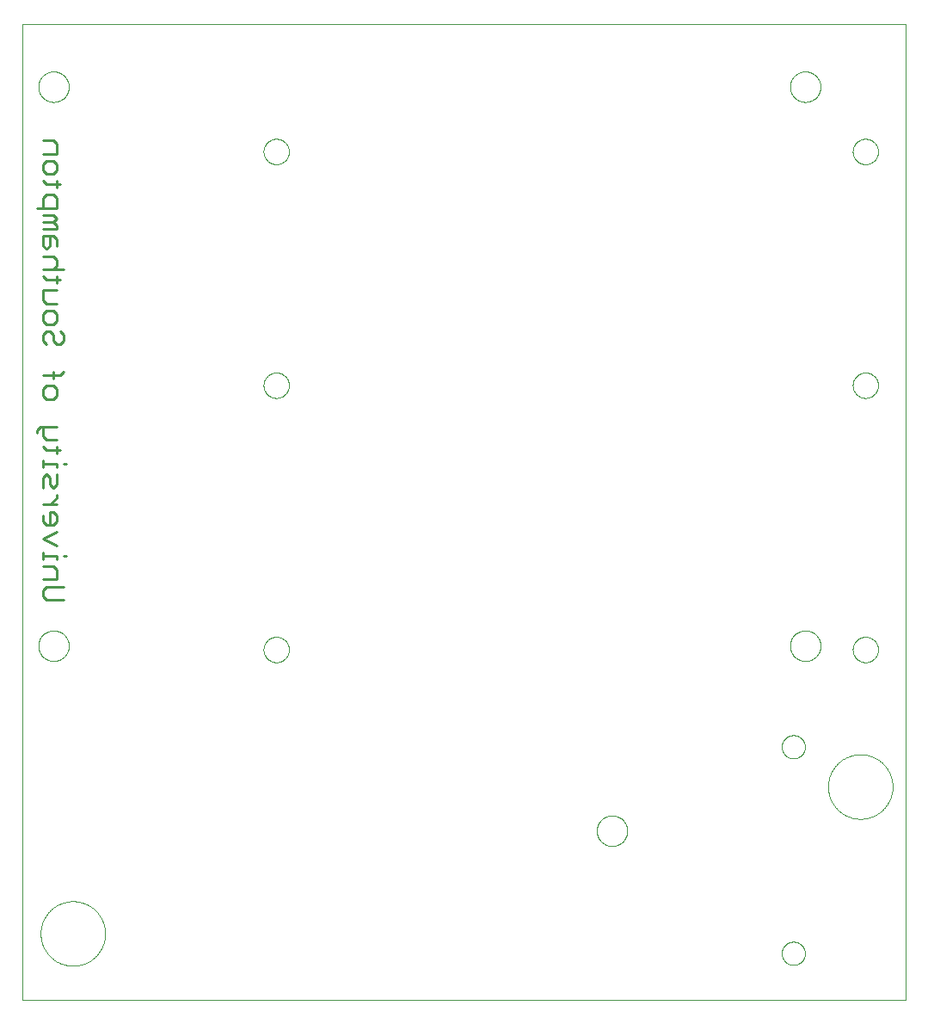
<source format=gbo>
G75*
%MOIN*%
%OFA0B0*%
%FSLAX25Y25*%
%IPPOS*%
%LPD*%
%AMOC8*
5,1,8,0,0,1.08239X$1,22.5*
%
%ADD10C,0.00000*%
%ADD11C,0.00900*%
D10*
X0017623Y0020253D02*
X0017623Y0398206D01*
X0360143Y0398206D01*
X0360143Y0020253D01*
X0017623Y0020253D01*
X0024808Y0045843D02*
X0024812Y0046150D01*
X0024823Y0046456D01*
X0024842Y0046763D01*
X0024868Y0047068D01*
X0024902Y0047373D01*
X0024943Y0047677D01*
X0024992Y0047980D01*
X0025048Y0048282D01*
X0025112Y0048582D01*
X0025183Y0048880D01*
X0025261Y0049177D01*
X0025346Y0049472D01*
X0025439Y0049764D01*
X0025539Y0050054D01*
X0025646Y0050342D01*
X0025760Y0050627D01*
X0025880Y0050909D01*
X0026008Y0051187D01*
X0026143Y0051463D01*
X0026284Y0051735D01*
X0026432Y0052004D01*
X0026586Y0052269D01*
X0026747Y0052530D01*
X0026915Y0052788D01*
X0027088Y0053041D01*
X0027268Y0053289D01*
X0027454Y0053533D01*
X0027645Y0053773D01*
X0027843Y0054008D01*
X0028046Y0054237D01*
X0028255Y0054462D01*
X0028469Y0054682D01*
X0028689Y0054896D01*
X0028914Y0055105D01*
X0029143Y0055308D01*
X0029378Y0055506D01*
X0029618Y0055697D01*
X0029862Y0055883D01*
X0030110Y0056063D01*
X0030363Y0056236D01*
X0030621Y0056404D01*
X0030882Y0056565D01*
X0031147Y0056719D01*
X0031416Y0056867D01*
X0031688Y0057008D01*
X0031964Y0057143D01*
X0032242Y0057271D01*
X0032524Y0057391D01*
X0032809Y0057505D01*
X0033097Y0057612D01*
X0033387Y0057712D01*
X0033679Y0057805D01*
X0033974Y0057890D01*
X0034271Y0057968D01*
X0034569Y0058039D01*
X0034869Y0058103D01*
X0035171Y0058159D01*
X0035474Y0058208D01*
X0035778Y0058249D01*
X0036083Y0058283D01*
X0036388Y0058309D01*
X0036695Y0058328D01*
X0037001Y0058339D01*
X0037308Y0058343D01*
X0037615Y0058339D01*
X0037921Y0058328D01*
X0038228Y0058309D01*
X0038533Y0058283D01*
X0038838Y0058249D01*
X0039142Y0058208D01*
X0039445Y0058159D01*
X0039747Y0058103D01*
X0040047Y0058039D01*
X0040345Y0057968D01*
X0040642Y0057890D01*
X0040937Y0057805D01*
X0041229Y0057712D01*
X0041519Y0057612D01*
X0041807Y0057505D01*
X0042092Y0057391D01*
X0042374Y0057271D01*
X0042652Y0057143D01*
X0042928Y0057008D01*
X0043200Y0056867D01*
X0043469Y0056719D01*
X0043734Y0056565D01*
X0043995Y0056404D01*
X0044253Y0056236D01*
X0044506Y0056063D01*
X0044754Y0055883D01*
X0044998Y0055697D01*
X0045238Y0055506D01*
X0045473Y0055308D01*
X0045702Y0055105D01*
X0045927Y0054896D01*
X0046147Y0054682D01*
X0046361Y0054462D01*
X0046570Y0054237D01*
X0046773Y0054008D01*
X0046971Y0053773D01*
X0047162Y0053533D01*
X0047348Y0053289D01*
X0047528Y0053041D01*
X0047701Y0052788D01*
X0047869Y0052530D01*
X0048030Y0052269D01*
X0048184Y0052004D01*
X0048332Y0051735D01*
X0048473Y0051463D01*
X0048608Y0051187D01*
X0048736Y0050909D01*
X0048856Y0050627D01*
X0048970Y0050342D01*
X0049077Y0050054D01*
X0049177Y0049764D01*
X0049270Y0049472D01*
X0049355Y0049177D01*
X0049433Y0048880D01*
X0049504Y0048582D01*
X0049568Y0048282D01*
X0049624Y0047980D01*
X0049673Y0047677D01*
X0049714Y0047373D01*
X0049748Y0047068D01*
X0049774Y0046763D01*
X0049793Y0046456D01*
X0049804Y0046150D01*
X0049808Y0045843D01*
X0049804Y0045536D01*
X0049793Y0045230D01*
X0049774Y0044923D01*
X0049748Y0044618D01*
X0049714Y0044313D01*
X0049673Y0044009D01*
X0049624Y0043706D01*
X0049568Y0043404D01*
X0049504Y0043104D01*
X0049433Y0042806D01*
X0049355Y0042509D01*
X0049270Y0042214D01*
X0049177Y0041922D01*
X0049077Y0041632D01*
X0048970Y0041344D01*
X0048856Y0041059D01*
X0048736Y0040777D01*
X0048608Y0040499D01*
X0048473Y0040223D01*
X0048332Y0039951D01*
X0048184Y0039682D01*
X0048030Y0039417D01*
X0047869Y0039156D01*
X0047701Y0038898D01*
X0047528Y0038645D01*
X0047348Y0038397D01*
X0047162Y0038153D01*
X0046971Y0037913D01*
X0046773Y0037678D01*
X0046570Y0037449D01*
X0046361Y0037224D01*
X0046147Y0037004D01*
X0045927Y0036790D01*
X0045702Y0036581D01*
X0045473Y0036378D01*
X0045238Y0036180D01*
X0044998Y0035989D01*
X0044754Y0035803D01*
X0044506Y0035623D01*
X0044253Y0035450D01*
X0043995Y0035282D01*
X0043734Y0035121D01*
X0043469Y0034967D01*
X0043200Y0034819D01*
X0042928Y0034678D01*
X0042652Y0034543D01*
X0042374Y0034415D01*
X0042092Y0034295D01*
X0041807Y0034181D01*
X0041519Y0034074D01*
X0041229Y0033974D01*
X0040937Y0033881D01*
X0040642Y0033796D01*
X0040345Y0033718D01*
X0040047Y0033647D01*
X0039747Y0033583D01*
X0039445Y0033527D01*
X0039142Y0033478D01*
X0038838Y0033437D01*
X0038533Y0033403D01*
X0038228Y0033377D01*
X0037921Y0033358D01*
X0037615Y0033347D01*
X0037308Y0033343D01*
X0037001Y0033347D01*
X0036695Y0033358D01*
X0036388Y0033377D01*
X0036083Y0033403D01*
X0035778Y0033437D01*
X0035474Y0033478D01*
X0035171Y0033527D01*
X0034869Y0033583D01*
X0034569Y0033647D01*
X0034271Y0033718D01*
X0033974Y0033796D01*
X0033679Y0033881D01*
X0033387Y0033974D01*
X0033097Y0034074D01*
X0032809Y0034181D01*
X0032524Y0034295D01*
X0032242Y0034415D01*
X0031964Y0034543D01*
X0031688Y0034678D01*
X0031416Y0034819D01*
X0031147Y0034967D01*
X0030882Y0035121D01*
X0030621Y0035282D01*
X0030363Y0035450D01*
X0030110Y0035623D01*
X0029862Y0035803D01*
X0029618Y0035989D01*
X0029378Y0036180D01*
X0029143Y0036378D01*
X0028914Y0036581D01*
X0028689Y0036790D01*
X0028469Y0037004D01*
X0028255Y0037224D01*
X0028046Y0037449D01*
X0027843Y0037678D01*
X0027645Y0037913D01*
X0027454Y0038153D01*
X0027268Y0038397D01*
X0027088Y0038645D01*
X0026915Y0038898D01*
X0026747Y0039156D01*
X0026586Y0039417D01*
X0026432Y0039682D01*
X0026284Y0039951D01*
X0026143Y0040223D01*
X0026008Y0040499D01*
X0025880Y0040777D01*
X0025760Y0041059D01*
X0025646Y0041344D01*
X0025539Y0041632D01*
X0025439Y0041922D01*
X0025346Y0042214D01*
X0025261Y0042509D01*
X0025183Y0042806D01*
X0025112Y0043104D01*
X0025048Y0043404D01*
X0024992Y0043706D01*
X0024943Y0044009D01*
X0024902Y0044313D01*
X0024868Y0044618D01*
X0024842Y0044923D01*
X0024823Y0045230D01*
X0024812Y0045536D01*
X0024808Y0045843D01*
X0111206Y0155843D02*
X0111208Y0155983D01*
X0111214Y0156123D01*
X0111224Y0156262D01*
X0111238Y0156401D01*
X0111256Y0156540D01*
X0111277Y0156678D01*
X0111303Y0156816D01*
X0111333Y0156953D01*
X0111366Y0157088D01*
X0111404Y0157223D01*
X0111445Y0157357D01*
X0111490Y0157490D01*
X0111538Y0157621D01*
X0111591Y0157750D01*
X0111647Y0157879D01*
X0111706Y0158005D01*
X0111770Y0158130D01*
X0111836Y0158253D01*
X0111907Y0158374D01*
X0111980Y0158493D01*
X0112057Y0158610D01*
X0112138Y0158724D01*
X0112221Y0158836D01*
X0112308Y0158946D01*
X0112398Y0159054D01*
X0112490Y0159158D01*
X0112586Y0159260D01*
X0112685Y0159360D01*
X0112786Y0159456D01*
X0112890Y0159550D01*
X0112997Y0159640D01*
X0113106Y0159727D01*
X0113218Y0159812D01*
X0113332Y0159893D01*
X0113448Y0159971D01*
X0113566Y0160045D01*
X0113687Y0160116D01*
X0113809Y0160184D01*
X0113934Y0160248D01*
X0114060Y0160309D01*
X0114187Y0160366D01*
X0114317Y0160419D01*
X0114448Y0160469D01*
X0114580Y0160514D01*
X0114713Y0160557D01*
X0114848Y0160595D01*
X0114983Y0160629D01*
X0115120Y0160660D01*
X0115257Y0160687D01*
X0115395Y0160709D01*
X0115534Y0160728D01*
X0115673Y0160743D01*
X0115812Y0160754D01*
X0115952Y0160761D01*
X0116092Y0160764D01*
X0116232Y0160763D01*
X0116372Y0160758D01*
X0116511Y0160749D01*
X0116651Y0160736D01*
X0116790Y0160719D01*
X0116928Y0160698D01*
X0117066Y0160674D01*
X0117203Y0160645D01*
X0117339Y0160613D01*
X0117474Y0160576D01*
X0117608Y0160536D01*
X0117741Y0160492D01*
X0117872Y0160444D01*
X0118002Y0160393D01*
X0118131Y0160338D01*
X0118258Y0160279D01*
X0118383Y0160216D01*
X0118506Y0160151D01*
X0118628Y0160081D01*
X0118747Y0160008D01*
X0118865Y0159932D01*
X0118980Y0159853D01*
X0119093Y0159770D01*
X0119203Y0159684D01*
X0119311Y0159595D01*
X0119416Y0159503D01*
X0119519Y0159408D01*
X0119619Y0159310D01*
X0119716Y0159210D01*
X0119810Y0159106D01*
X0119902Y0159000D01*
X0119990Y0158892D01*
X0120075Y0158781D01*
X0120157Y0158667D01*
X0120236Y0158551D01*
X0120311Y0158434D01*
X0120383Y0158314D01*
X0120451Y0158192D01*
X0120516Y0158068D01*
X0120578Y0157942D01*
X0120636Y0157815D01*
X0120690Y0157686D01*
X0120741Y0157555D01*
X0120787Y0157423D01*
X0120830Y0157290D01*
X0120870Y0157156D01*
X0120905Y0157021D01*
X0120937Y0156884D01*
X0120964Y0156747D01*
X0120988Y0156609D01*
X0121008Y0156471D01*
X0121024Y0156332D01*
X0121036Y0156192D01*
X0121044Y0156053D01*
X0121048Y0155913D01*
X0121048Y0155773D01*
X0121044Y0155633D01*
X0121036Y0155494D01*
X0121024Y0155354D01*
X0121008Y0155215D01*
X0120988Y0155077D01*
X0120964Y0154939D01*
X0120937Y0154802D01*
X0120905Y0154665D01*
X0120870Y0154530D01*
X0120830Y0154396D01*
X0120787Y0154263D01*
X0120741Y0154131D01*
X0120690Y0154000D01*
X0120636Y0153871D01*
X0120578Y0153744D01*
X0120516Y0153618D01*
X0120451Y0153494D01*
X0120383Y0153372D01*
X0120311Y0153252D01*
X0120236Y0153135D01*
X0120157Y0153019D01*
X0120075Y0152905D01*
X0119990Y0152794D01*
X0119902Y0152686D01*
X0119810Y0152580D01*
X0119716Y0152476D01*
X0119619Y0152376D01*
X0119519Y0152278D01*
X0119416Y0152183D01*
X0119311Y0152091D01*
X0119203Y0152002D01*
X0119093Y0151916D01*
X0118980Y0151833D01*
X0118865Y0151754D01*
X0118747Y0151678D01*
X0118628Y0151605D01*
X0118506Y0151535D01*
X0118383Y0151470D01*
X0118258Y0151407D01*
X0118131Y0151348D01*
X0118002Y0151293D01*
X0117872Y0151242D01*
X0117741Y0151194D01*
X0117608Y0151150D01*
X0117474Y0151110D01*
X0117339Y0151073D01*
X0117203Y0151041D01*
X0117066Y0151012D01*
X0116928Y0150988D01*
X0116790Y0150967D01*
X0116651Y0150950D01*
X0116511Y0150937D01*
X0116372Y0150928D01*
X0116232Y0150923D01*
X0116092Y0150922D01*
X0115952Y0150925D01*
X0115812Y0150932D01*
X0115673Y0150943D01*
X0115534Y0150958D01*
X0115395Y0150977D01*
X0115257Y0150999D01*
X0115120Y0151026D01*
X0114983Y0151057D01*
X0114848Y0151091D01*
X0114713Y0151129D01*
X0114580Y0151172D01*
X0114448Y0151217D01*
X0114317Y0151267D01*
X0114187Y0151320D01*
X0114060Y0151377D01*
X0113934Y0151438D01*
X0113809Y0151502D01*
X0113687Y0151570D01*
X0113566Y0151641D01*
X0113448Y0151715D01*
X0113332Y0151793D01*
X0113218Y0151874D01*
X0113106Y0151959D01*
X0112997Y0152046D01*
X0112890Y0152136D01*
X0112786Y0152230D01*
X0112685Y0152326D01*
X0112586Y0152426D01*
X0112490Y0152528D01*
X0112398Y0152632D01*
X0112308Y0152740D01*
X0112221Y0152850D01*
X0112138Y0152962D01*
X0112057Y0153076D01*
X0111980Y0153193D01*
X0111907Y0153312D01*
X0111836Y0153433D01*
X0111770Y0153556D01*
X0111706Y0153681D01*
X0111647Y0153807D01*
X0111591Y0153936D01*
X0111538Y0154065D01*
X0111490Y0154196D01*
X0111445Y0154329D01*
X0111404Y0154463D01*
X0111366Y0154598D01*
X0111333Y0154733D01*
X0111303Y0154870D01*
X0111277Y0155008D01*
X0111256Y0155146D01*
X0111238Y0155285D01*
X0111224Y0155424D01*
X0111214Y0155563D01*
X0111208Y0155703D01*
X0111206Y0155843D01*
X0023914Y0157316D02*
X0023916Y0157469D01*
X0023922Y0157623D01*
X0023932Y0157776D01*
X0023946Y0157928D01*
X0023964Y0158081D01*
X0023986Y0158232D01*
X0024011Y0158383D01*
X0024041Y0158534D01*
X0024075Y0158684D01*
X0024112Y0158832D01*
X0024153Y0158980D01*
X0024198Y0159126D01*
X0024247Y0159272D01*
X0024300Y0159416D01*
X0024356Y0159558D01*
X0024416Y0159699D01*
X0024480Y0159839D01*
X0024547Y0159977D01*
X0024618Y0160113D01*
X0024693Y0160247D01*
X0024770Y0160379D01*
X0024852Y0160509D01*
X0024936Y0160637D01*
X0025024Y0160763D01*
X0025115Y0160886D01*
X0025209Y0161007D01*
X0025307Y0161125D01*
X0025407Y0161241D01*
X0025511Y0161354D01*
X0025617Y0161465D01*
X0025726Y0161573D01*
X0025838Y0161678D01*
X0025952Y0161779D01*
X0026070Y0161878D01*
X0026189Y0161974D01*
X0026311Y0162067D01*
X0026436Y0162156D01*
X0026563Y0162243D01*
X0026692Y0162325D01*
X0026823Y0162405D01*
X0026956Y0162481D01*
X0027091Y0162554D01*
X0027228Y0162623D01*
X0027367Y0162688D01*
X0027507Y0162750D01*
X0027649Y0162808D01*
X0027792Y0162863D01*
X0027937Y0162914D01*
X0028083Y0162961D01*
X0028230Y0163004D01*
X0028378Y0163043D01*
X0028527Y0163079D01*
X0028677Y0163110D01*
X0028828Y0163138D01*
X0028979Y0163162D01*
X0029132Y0163182D01*
X0029284Y0163198D01*
X0029437Y0163210D01*
X0029590Y0163218D01*
X0029743Y0163222D01*
X0029897Y0163222D01*
X0030050Y0163218D01*
X0030203Y0163210D01*
X0030356Y0163198D01*
X0030508Y0163182D01*
X0030661Y0163162D01*
X0030812Y0163138D01*
X0030963Y0163110D01*
X0031113Y0163079D01*
X0031262Y0163043D01*
X0031410Y0163004D01*
X0031557Y0162961D01*
X0031703Y0162914D01*
X0031848Y0162863D01*
X0031991Y0162808D01*
X0032133Y0162750D01*
X0032273Y0162688D01*
X0032412Y0162623D01*
X0032549Y0162554D01*
X0032684Y0162481D01*
X0032817Y0162405D01*
X0032948Y0162325D01*
X0033077Y0162243D01*
X0033204Y0162156D01*
X0033329Y0162067D01*
X0033451Y0161974D01*
X0033570Y0161878D01*
X0033688Y0161779D01*
X0033802Y0161678D01*
X0033914Y0161573D01*
X0034023Y0161465D01*
X0034129Y0161354D01*
X0034233Y0161241D01*
X0034333Y0161125D01*
X0034431Y0161007D01*
X0034525Y0160886D01*
X0034616Y0160763D01*
X0034704Y0160637D01*
X0034788Y0160509D01*
X0034870Y0160379D01*
X0034947Y0160247D01*
X0035022Y0160113D01*
X0035093Y0159977D01*
X0035160Y0159839D01*
X0035224Y0159699D01*
X0035284Y0159558D01*
X0035340Y0159416D01*
X0035393Y0159272D01*
X0035442Y0159126D01*
X0035487Y0158980D01*
X0035528Y0158832D01*
X0035565Y0158684D01*
X0035599Y0158534D01*
X0035629Y0158383D01*
X0035654Y0158232D01*
X0035676Y0158081D01*
X0035694Y0157928D01*
X0035708Y0157776D01*
X0035718Y0157623D01*
X0035724Y0157469D01*
X0035726Y0157316D01*
X0035724Y0157163D01*
X0035718Y0157009D01*
X0035708Y0156856D01*
X0035694Y0156704D01*
X0035676Y0156551D01*
X0035654Y0156400D01*
X0035629Y0156249D01*
X0035599Y0156098D01*
X0035565Y0155948D01*
X0035528Y0155800D01*
X0035487Y0155652D01*
X0035442Y0155506D01*
X0035393Y0155360D01*
X0035340Y0155216D01*
X0035284Y0155074D01*
X0035224Y0154933D01*
X0035160Y0154793D01*
X0035093Y0154655D01*
X0035022Y0154519D01*
X0034947Y0154385D01*
X0034870Y0154253D01*
X0034788Y0154123D01*
X0034704Y0153995D01*
X0034616Y0153869D01*
X0034525Y0153746D01*
X0034431Y0153625D01*
X0034333Y0153507D01*
X0034233Y0153391D01*
X0034129Y0153278D01*
X0034023Y0153167D01*
X0033914Y0153059D01*
X0033802Y0152954D01*
X0033688Y0152853D01*
X0033570Y0152754D01*
X0033451Y0152658D01*
X0033329Y0152565D01*
X0033204Y0152476D01*
X0033077Y0152389D01*
X0032948Y0152307D01*
X0032817Y0152227D01*
X0032684Y0152151D01*
X0032549Y0152078D01*
X0032412Y0152009D01*
X0032273Y0151944D01*
X0032133Y0151882D01*
X0031991Y0151824D01*
X0031848Y0151769D01*
X0031703Y0151718D01*
X0031557Y0151671D01*
X0031410Y0151628D01*
X0031262Y0151589D01*
X0031113Y0151553D01*
X0030963Y0151522D01*
X0030812Y0151494D01*
X0030661Y0151470D01*
X0030508Y0151450D01*
X0030356Y0151434D01*
X0030203Y0151422D01*
X0030050Y0151414D01*
X0029897Y0151410D01*
X0029743Y0151410D01*
X0029590Y0151414D01*
X0029437Y0151422D01*
X0029284Y0151434D01*
X0029132Y0151450D01*
X0028979Y0151470D01*
X0028828Y0151494D01*
X0028677Y0151522D01*
X0028527Y0151553D01*
X0028378Y0151589D01*
X0028230Y0151628D01*
X0028083Y0151671D01*
X0027937Y0151718D01*
X0027792Y0151769D01*
X0027649Y0151824D01*
X0027507Y0151882D01*
X0027367Y0151944D01*
X0027228Y0152009D01*
X0027091Y0152078D01*
X0026956Y0152151D01*
X0026823Y0152227D01*
X0026692Y0152307D01*
X0026563Y0152389D01*
X0026436Y0152476D01*
X0026311Y0152565D01*
X0026189Y0152658D01*
X0026070Y0152754D01*
X0025952Y0152853D01*
X0025838Y0152954D01*
X0025726Y0153059D01*
X0025617Y0153167D01*
X0025511Y0153278D01*
X0025407Y0153391D01*
X0025307Y0153507D01*
X0025209Y0153625D01*
X0025115Y0153746D01*
X0025024Y0153869D01*
X0024936Y0153995D01*
X0024852Y0154123D01*
X0024770Y0154253D01*
X0024693Y0154385D01*
X0024618Y0154519D01*
X0024547Y0154655D01*
X0024480Y0154793D01*
X0024416Y0154933D01*
X0024356Y0155074D01*
X0024300Y0155216D01*
X0024247Y0155360D01*
X0024198Y0155506D01*
X0024153Y0155652D01*
X0024112Y0155800D01*
X0024075Y0155948D01*
X0024041Y0156098D01*
X0024011Y0156249D01*
X0023986Y0156400D01*
X0023964Y0156551D01*
X0023946Y0156704D01*
X0023932Y0156856D01*
X0023922Y0157009D01*
X0023916Y0157163D01*
X0023914Y0157316D01*
X0111206Y0258206D02*
X0111208Y0258346D01*
X0111214Y0258486D01*
X0111224Y0258625D01*
X0111238Y0258764D01*
X0111256Y0258903D01*
X0111277Y0259041D01*
X0111303Y0259179D01*
X0111333Y0259316D01*
X0111366Y0259451D01*
X0111404Y0259586D01*
X0111445Y0259720D01*
X0111490Y0259853D01*
X0111538Y0259984D01*
X0111591Y0260113D01*
X0111647Y0260242D01*
X0111706Y0260368D01*
X0111770Y0260493D01*
X0111836Y0260616D01*
X0111907Y0260737D01*
X0111980Y0260856D01*
X0112057Y0260973D01*
X0112138Y0261087D01*
X0112221Y0261199D01*
X0112308Y0261309D01*
X0112398Y0261417D01*
X0112490Y0261521D01*
X0112586Y0261623D01*
X0112685Y0261723D01*
X0112786Y0261819D01*
X0112890Y0261913D01*
X0112997Y0262003D01*
X0113106Y0262090D01*
X0113218Y0262175D01*
X0113332Y0262256D01*
X0113448Y0262334D01*
X0113566Y0262408D01*
X0113687Y0262479D01*
X0113809Y0262547D01*
X0113934Y0262611D01*
X0114060Y0262672D01*
X0114187Y0262729D01*
X0114317Y0262782D01*
X0114448Y0262832D01*
X0114580Y0262877D01*
X0114713Y0262920D01*
X0114848Y0262958D01*
X0114983Y0262992D01*
X0115120Y0263023D01*
X0115257Y0263050D01*
X0115395Y0263072D01*
X0115534Y0263091D01*
X0115673Y0263106D01*
X0115812Y0263117D01*
X0115952Y0263124D01*
X0116092Y0263127D01*
X0116232Y0263126D01*
X0116372Y0263121D01*
X0116511Y0263112D01*
X0116651Y0263099D01*
X0116790Y0263082D01*
X0116928Y0263061D01*
X0117066Y0263037D01*
X0117203Y0263008D01*
X0117339Y0262976D01*
X0117474Y0262939D01*
X0117608Y0262899D01*
X0117741Y0262855D01*
X0117872Y0262807D01*
X0118002Y0262756D01*
X0118131Y0262701D01*
X0118258Y0262642D01*
X0118383Y0262579D01*
X0118506Y0262514D01*
X0118628Y0262444D01*
X0118747Y0262371D01*
X0118865Y0262295D01*
X0118980Y0262216D01*
X0119093Y0262133D01*
X0119203Y0262047D01*
X0119311Y0261958D01*
X0119416Y0261866D01*
X0119519Y0261771D01*
X0119619Y0261673D01*
X0119716Y0261573D01*
X0119810Y0261469D01*
X0119902Y0261363D01*
X0119990Y0261255D01*
X0120075Y0261144D01*
X0120157Y0261030D01*
X0120236Y0260914D01*
X0120311Y0260797D01*
X0120383Y0260677D01*
X0120451Y0260555D01*
X0120516Y0260431D01*
X0120578Y0260305D01*
X0120636Y0260178D01*
X0120690Y0260049D01*
X0120741Y0259918D01*
X0120787Y0259786D01*
X0120830Y0259653D01*
X0120870Y0259519D01*
X0120905Y0259384D01*
X0120937Y0259247D01*
X0120964Y0259110D01*
X0120988Y0258972D01*
X0121008Y0258834D01*
X0121024Y0258695D01*
X0121036Y0258555D01*
X0121044Y0258416D01*
X0121048Y0258276D01*
X0121048Y0258136D01*
X0121044Y0257996D01*
X0121036Y0257857D01*
X0121024Y0257717D01*
X0121008Y0257578D01*
X0120988Y0257440D01*
X0120964Y0257302D01*
X0120937Y0257165D01*
X0120905Y0257028D01*
X0120870Y0256893D01*
X0120830Y0256759D01*
X0120787Y0256626D01*
X0120741Y0256494D01*
X0120690Y0256363D01*
X0120636Y0256234D01*
X0120578Y0256107D01*
X0120516Y0255981D01*
X0120451Y0255857D01*
X0120383Y0255735D01*
X0120311Y0255615D01*
X0120236Y0255498D01*
X0120157Y0255382D01*
X0120075Y0255268D01*
X0119990Y0255157D01*
X0119902Y0255049D01*
X0119810Y0254943D01*
X0119716Y0254839D01*
X0119619Y0254739D01*
X0119519Y0254641D01*
X0119416Y0254546D01*
X0119311Y0254454D01*
X0119203Y0254365D01*
X0119093Y0254279D01*
X0118980Y0254196D01*
X0118865Y0254117D01*
X0118747Y0254041D01*
X0118628Y0253968D01*
X0118506Y0253898D01*
X0118383Y0253833D01*
X0118258Y0253770D01*
X0118131Y0253711D01*
X0118002Y0253656D01*
X0117872Y0253605D01*
X0117741Y0253557D01*
X0117608Y0253513D01*
X0117474Y0253473D01*
X0117339Y0253436D01*
X0117203Y0253404D01*
X0117066Y0253375D01*
X0116928Y0253351D01*
X0116790Y0253330D01*
X0116651Y0253313D01*
X0116511Y0253300D01*
X0116372Y0253291D01*
X0116232Y0253286D01*
X0116092Y0253285D01*
X0115952Y0253288D01*
X0115812Y0253295D01*
X0115673Y0253306D01*
X0115534Y0253321D01*
X0115395Y0253340D01*
X0115257Y0253362D01*
X0115120Y0253389D01*
X0114983Y0253420D01*
X0114848Y0253454D01*
X0114713Y0253492D01*
X0114580Y0253535D01*
X0114448Y0253580D01*
X0114317Y0253630D01*
X0114187Y0253683D01*
X0114060Y0253740D01*
X0113934Y0253801D01*
X0113809Y0253865D01*
X0113687Y0253933D01*
X0113566Y0254004D01*
X0113448Y0254078D01*
X0113332Y0254156D01*
X0113218Y0254237D01*
X0113106Y0254322D01*
X0112997Y0254409D01*
X0112890Y0254499D01*
X0112786Y0254593D01*
X0112685Y0254689D01*
X0112586Y0254789D01*
X0112490Y0254891D01*
X0112398Y0254995D01*
X0112308Y0255103D01*
X0112221Y0255213D01*
X0112138Y0255325D01*
X0112057Y0255439D01*
X0111980Y0255556D01*
X0111907Y0255675D01*
X0111836Y0255796D01*
X0111770Y0255919D01*
X0111706Y0256044D01*
X0111647Y0256170D01*
X0111591Y0256299D01*
X0111538Y0256428D01*
X0111490Y0256559D01*
X0111445Y0256692D01*
X0111404Y0256826D01*
X0111366Y0256961D01*
X0111333Y0257096D01*
X0111303Y0257233D01*
X0111277Y0257371D01*
X0111256Y0257509D01*
X0111238Y0257648D01*
X0111224Y0257787D01*
X0111214Y0257926D01*
X0111208Y0258066D01*
X0111206Y0258206D01*
X0111206Y0348757D02*
X0111208Y0348897D01*
X0111214Y0349037D01*
X0111224Y0349176D01*
X0111238Y0349315D01*
X0111256Y0349454D01*
X0111277Y0349592D01*
X0111303Y0349730D01*
X0111333Y0349867D01*
X0111366Y0350002D01*
X0111404Y0350137D01*
X0111445Y0350271D01*
X0111490Y0350404D01*
X0111538Y0350535D01*
X0111591Y0350664D01*
X0111647Y0350793D01*
X0111706Y0350919D01*
X0111770Y0351044D01*
X0111836Y0351167D01*
X0111907Y0351288D01*
X0111980Y0351407D01*
X0112057Y0351524D01*
X0112138Y0351638D01*
X0112221Y0351750D01*
X0112308Y0351860D01*
X0112398Y0351968D01*
X0112490Y0352072D01*
X0112586Y0352174D01*
X0112685Y0352274D01*
X0112786Y0352370D01*
X0112890Y0352464D01*
X0112997Y0352554D01*
X0113106Y0352641D01*
X0113218Y0352726D01*
X0113332Y0352807D01*
X0113448Y0352885D01*
X0113566Y0352959D01*
X0113687Y0353030D01*
X0113809Y0353098D01*
X0113934Y0353162D01*
X0114060Y0353223D01*
X0114187Y0353280D01*
X0114317Y0353333D01*
X0114448Y0353383D01*
X0114580Y0353428D01*
X0114713Y0353471D01*
X0114848Y0353509D01*
X0114983Y0353543D01*
X0115120Y0353574D01*
X0115257Y0353601D01*
X0115395Y0353623D01*
X0115534Y0353642D01*
X0115673Y0353657D01*
X0115812Y0353668D01*
X0115952Y0353675D01*
X0116092Y0353678D01*
X0116232Y0353677D01*
X0116372Y0353672D01*
X0116511Y0353663D01*
X0116651Y0353650D01*
X0116790Y0353633D01*
X0116928Y0353612D01*
X0117066Y0353588D01*
X0117203Y0353559D01*
X0117339Y0353527D01*
X0117474Y0353490D01*
X0117608Y0353450D01*
X0117741Y0353406D01*
X0117872Y0353358D01*
X0118002Y0353307D01*
X0118131Y0353252D01*
X0118258Y0353193D01*
X0118383Y0353130D01*
X0118506Y0353065D01*
X0118628Y0352995D01*
X0118747Y0352922D01*
X0118865Y0352846D01*
X0118980Y0352767D01*
X0119093Y0352684D01*
X0119203Y0352598D01*
X0119311Y0352509D01*
X0119416Y0352417D01*
X0119519Y0352322D01*
X0119619Y0352224D01*
X0119716Y0352124D01*
X0119810Y0352020D01*
X0119902Y0351914D01*
X0119990Y0351806D01*
X0120075Y0351695D01*
X0120157Y0351581D01*
X0120236Y0351465D01*
X0120311Y0351348D01*
X0120383Y0351228D01*
X0120451Y0351106D01*
X0120516Y0350982D01*
X0120578Y0350856D01*
X0120636Y0350729D01*
X0120690Y0350600D01*
X0120741Y0350469D01*
X0120787Y0350337D01*
X0120830Y0350204D01*
X0120870Y0350070D01*
X0120905Y0349935D01*
X0120937Y0349798D01*
X0120964Y0349661D01*
X0120988Y0349523D01*
X0121008Y0349385D01*
X0121024Y0349246D01*
X0121036Y0349106D01*
X0121044Y0348967D01*
X0121048Y0348827D01*
X0121048Y0348687D01*
X0121044Y0348547D01*
X0121036Y0348408D01*
X0121024Y0348268D01*
X0121008Y0348129D01*
X0120988Y0347991D01*
X0120964Y0347853D01*
X0120937Y0347716D01*
X0120905Y0347579D01*
X0120870Y0347444D01*
X0120830Y0347310D01*
X0120787Y0347177D01*
X0120741Y0347045D01*
X0120690Y0346914D01*
X0120636Y0346785D01*
X0120578Y0346658D01*
X0120516Y0346532D01*
X0120451Y0346408D01*
X0120383Y0346286D01*
X0120311Y0346166D01*
X0120236Y0346049D01*
X0120157Y0345933D01*
X0120075Y0345819D01*
X0119990Y0345708D01*
X0119902Y0345600D01*
X0119810Y0345494D01*
X0119716Y0345390D01*
X0119619Y0345290D01*
X0119519Y0345192D01*
X0119416Y0345097D01*
X0119311Y0345005D01*
X0119203Y0344916D01*
X0119093Y0344830D01*
X0118980Y0344747D01*
X0118865Y0344668D01*
X0118747Y0344592D01*
X0118628Y0344519D01*
X0118506Y0344449D01*
X0118383Y0344384D01*
X0118258Y0344321D01*
X0118131Y0344262D01*
X0118002Y0344207D01*
X0117872Y0344156D01*
X0117741Y0344108D01*
X0117608Y0344064D01*
X0117474Y0344024D01*
X0117339Y0343987D01*
X0117203Y0343955D01*
X0117066Y0343926D01*
X0116928Y0343902D01*
X0116790Y0343881D01*
X0116651Y0343864D01*
X0116511Y0343851D01*
X0116372Y0343842D01*
X0116232Y0343837D01*
X0116092Y0343836D01*
X0115952Y0343839D01*
X0115812Y0343846D01*
X0115673Y0343857D01*
X0115534Y0343872D01*
X0115395Y0343891D01*
X0115257Y0343913D01*
X0115120Y0343940D01*
X0114983Y0343971D01*
X0114848Y0344005D01*
X0114713Y0344043D01*
X0114580Y0344086D01*
X0114448Y0344131D01*
X0114317Y0344181D01*
X0114187Y0344234D01*
X0114060Y0344291D01*
X0113934Y0344352D01*
X0113809Y0344416D01*
X0113687Y0344484D01*
X0113566Y0344555D01*
X0113448Y0344629D01*
X0113332Y0344707D01*
X0113218Y0344788D01*
X0113106Y0344873D01*
X0112997Y0344960D01*
X0112890Y0345050D01*
X0112786Y0345144D01*
X0112685Y0345240D01*
X0112586Y0345340D01*
X0112490Y0345442D01*
X0112398Y0345546D01*
X0112308Y0345654D01*
X0112221Y0345764D01*
X0112138Y0345876D01*
X0112057Y0345990D01*
X0111980Y0346107D01*
X0111907Y0346226D01*
X0111836Y0346347D01*
X0111770Y0346470D01*
X0111706Y0346595D01*
X0111647Y0346721D01*
X0111591Y0346850D01*
X0111538Y0346979D01*
X0111490Y0347110D01*
X0111445Y0347243D01*
X0111404Y0347377D01*
X0111366Y0347512D01*
X0111333Y0347647D01*
X0111303Y0347784D01*
X0111277Y0347922D01*
X0111256Y0348060D01*
X0111238Y0348199D01*
X0111224Y0348338D01*
X0111214Y0348477D01*
X0111208Y0348617D01*
X0111206Y0348757D01*
X0023914Y0373851D02*
X0023916Y0374004D01*
X0023922Y0374158D01*
X0023932Y0374311D01*
X0023946Y0374463D01*
X0023964Y0374616D01*
X0023986Y0374767D01*
X0024011Y0374918D01*
X0024041Y0375069D01*
X0024075Y0375219D01*
X0024112Y0375367D01*
X0024153Y0375515D01*
X0024198Y0375661D01*
X0024247Y0375807D01*
X0024300Y0375951D01*
X0024356Y0376093D01*
X0024416Y0376234D01*
X0024480Y0376374D01*
X0024547Y0376512D01*
X0024618Y0376648D01*
X0024693Y0376782D01*
X0024770Y0376914D01*
X0024852Y0377044D01*
X0024936Y0377172D01*
X0025024Y0377298D01*
X0025115Y0377421D01*
X0025209Y0377542D01*
X0025307Y0377660D01*
X0025407Y0377776D01*
X0025511Y0377889D01*
X0025617Y0378000D01*
X0025726Y0378108D01*
X0025838Y0378213D01*
X0025952Y0378314D01*
X0026070Y0378413D01*
X0026189Y0378509D01*
X0026311Y0378602D01*
X0026436Y0378691D01*
X0026563Y0378778D01*
X0026692Y0378860D01*
X0026823Y0378940D01*
X0026956Y0379016D01*
X0027091Y0379089D01*
X0027228Y0379158D01*
X0027367Y0379223D01*
X0027507Y0379285D01*
X0027649Y0379343D01*
X0027792Y0379398D01*
X0027937Y0379449D01*
X0028083Y0379496D01*
X0028230Y0379539D01*
X0028378Y0379578D01*
X0028527Y0379614D01*
X0028677Y0379645D01*
X0028828Y0379673D01*
X0028979Y0379697D01*
X0029132Y0379717D01*
X0029284Y0379733D01*
X0029437Y0379745D01*
X0029590Y0379753D01*
X0029743Y0379757D01*
X0029897Y0379757D01*
X0030050Y0379753D01*
X0030203Y0379745D01*
X0030356Y0379733D01*
X0030508Y0379717D01*
X0030661Y0379697D01*
X0030812Y0379673D01*
X0030963Y0379645D01*
X0031113Y0379614D01*
X0031262Y0379578D01*
X0031410Y0379539D01*
X0031557Y0379496D01*
X0031703Y0379449D01*
X0031848Y0379398D01*
X0031991Y0379343D01*
X0032133Y0379285D01*
X0032273Y0379223D01*
X0032412Y0379158D01*
X0032549Y0379089D01*
X0032684Y0379016D01*
X0032817Y0378940D01*
X0032948Y0378860D01*
X0033077Y0378778D01*
X0033204Y0378691D01*
X0033329Y0378602D01*
X0033451Y0378509D01*
X0033570Y0378413D01*
X0033688Y0378314D01*
X0033802Y0378213D01*
X0033914Y0378108D01*
X0034023Y0378000D01*
X0034129Y0377889D01*
X0034233Y0377776D01*
X0034333Y0377660D01*
X0034431Y0377542D01*
X0034525Y0377421D01*
X0034616Y0377298D01*
X0034704Y0377172D01*
X0034788Y0377044D01*
X0034870Y0376914D01*
X0034947Y0376782D01*
X0035022Y0376648D01*
X0035093Y0376512D01*
X0035160Y0376374D01*
X0035224Y0376234D01*
X0035284Y0376093D01*
X0035340Y0375951D01*
X0035393Y0375807D01*
X0035442Y0375661D01*
X0035487Y0375515D01*
X0035528Y0375367D01*
X0035565Y0375219D01*
X0035599Y0375069D01*
X0035629Y0374918D01*
X0035654Y0374767D01*
X0035676Y0374616D01*
X0035694Y0374463D01*
X0035708Y0374311D01*
X0035718Y0374158D01*
X0035724Y0374004D01*
X0035726Y0373851D01*
X0035724Y0373698D01*
X0035718Y0373544D01*
X0035708Y0373391D01*
X0035694Y0373239D01*
X0035676Y0373086D01*
X0035654Y0372935D01*
X0035629Y0372784D01*
X0035599Y0372633D01*
X0035565Y0372483D01*
X0035528Y0372335D01*
X0035487Y0372187D01*
X0035442Y0372041D01*
X0035393Y0371895D01*
X0035340Y0371751D01*
X0035284Y0371609D01*
X0035224Y0371468D01*
X0035160Y0371328D01*
X0035093Y0371190D01*
X0035022Y0371054D01*
X0034947Y0370920D01*
X0034870Y0370788D01*
X0034788Y0370658D01*
X0034704Y0370530D01*
X0034616Y0370404D01*
X0034525Y0370281D01*
X0034431Y0370160D01*
X0034333Y0370042D01*
X0034233Y0369926D01*
X0034129Y0369813D01*
X0034023Y0369702D01*
X0033914Y0369594D01*
X0033802Y0369489D01*
X0033688Y0369388D01*
X0033570Y0369289D01*
X0033451Y0369193D01*
X0033329Y0369100D01*
X0033204Y0369011D01*
X0033077Y0368924D01*
X0032948Y0368842D01*
X0032817Y0368762D01*
X0032684Y0368686D01*
X0032549Y0368613D01*
X0032412Y0368544D01*
X0032273Y0368479D01*
X0032133Y0368417D01*
X0031991Y0368359D01*
X0031848Y0368304D01*
X0031703Y0368253D01*
X0031557Y0368206D01*
X0031410Y0368163D01*
X0031262Y0368124D01*
X0031113Y0368088D01*
X0030963Y0368057D01*
X0030812Y0368029D01*
X0030661Y0368005D01*
X0030508Y0367985D01*
X0030356Y0367969D01*
X0030203Y0367957D01*
X0030050Y0367949D01*
X0029897Y0367945D01*
X0029743Y0367945D01*
X0029590Y0367949D01*
X0029437Y0367957D01*
X0029284Y0367969D01*
X0029132Y0367985D01*
X0028979Y0368005D01*
X0028828Y0368029D01*
X0028677Y0368057D01*
X0028527Y0368088D01*
X0028378Y0368124D01*
X0028230Y0368163D01*
X0028083Y0368206D01*
X0027937Y0368253D01*
X0027792Y0368304D01*
X0027649Y0368359D01*
X0027507Y0368417D01*
X0027367Y0368479D01*
X0027228Y0368544D01*
X0027091Y0368613D01*
X0026956Y0368686D01*
X0026823Y0368762D01*
X0026692Y0368842D01*
X0026563Y0368924D01*
X0026436Y0369011D01*
X0026311Y0369100D01*
X0026189Y0369193D01*
X0026070Y0369289D01*
X0025952Y0369388D01*
X0025838Y0369489D01*
X0025726Y0369594D01*
X0025617Y0369702D01*
X0025511Y0369813D01*
X0025407Y0369926D01*
X0025307Y0370042D01*
X0025209Y0370160D01*
X0025115Y0370281D01*
X0025024Y0370404D01*
X0024936Y0370530D01*
X0024852Y0370658D01*
X0024770Y0370788D01*
X0024693Y0370920D01*
X0024618Y0371054D01*
X0024547Y0371190D01*
X0024480Y0371328D01*
X0024416Y0371468D01*
X0024356Y0371609D01*
X0024300Y0371751D01*
X0024247Y0371895D01*
X0024198Y0372041D01*
X0024153Y0372187D01*
X0024112Y0372335D01*
X0024075Y0372483D01*
X0024041Y0372633D01*
X0024011Y0372784D01*
X0023986Y0372935D01*
X0023964Y0373086D01*
X0023946Y0373239D01*
X0023932Y0373391D01*
X0023922Y0373544D01*
X0023916Y0373698D01*
X0023914Y0373851D01*
X0240363Y0085646D02*
X0240365Y0085799D01*
X0240371Y0085953D01*
X0240381Y0086106D01*
X0240395Y0086258D01*
X0240413Y0086411D01*
X0240435Y0086562D01*
X0240460Y0086713D01*
X0240490Y0086864D01*
X0240524Y0087014D01*
X0240561Y0087162D01*
X0240602Y0087310D01*
X0240647Y0087456D01*
X0240696Y0087602D01*
X0240749Y0087746D01*
X0240805Y0087888D01*
X0240865Y0088029D01*
X0240929Y0088169D01*
X0240996Y0088307D01*
X0241067Y0088443D01*
X0241142Y0088577D01*
X0241219Y0088709D01*
X0241301Y0088839D01*
X0241385Y0088967D01*
X0241473Y0089093D01*
X0241564Y0089216D01*
X0241658Y0089337D01*
X0241756Y0089455D01*
X0241856Y0089571D01*
X0241960Y0089684D01*
X0242066Y0089795D01*
X0242175Y0089903D01*
X0242287Y0090008D01*
X0242401Y0090109D01*
X0242519Y0090208D01*
X0242638Y0090304D01*
X0242760Y0090397D01*
X0242885Y0090486D01*
X0243012Y0090573D01*
X0243141Y0090655D01*
X0243272Y0090735D01*
X0243405Y0090811D01*
X0243540Y0090884D01*
X0243677Y0090953D01*
X0243816Y0091018D01*
X0243956Y0091080D01*
X0244098Y0091138D01*
X0244241Y0091193D01*
X0244386Y0091244D01*
X0244532Y0091291D01*
X0244679Y0091334D01*
X0244827Y0091373D01*
X0244976Y0091409D01*
X0245126Y0091440D01*
X0245277Y0091468D01*
X0245428Y0091492D01*
X0245581Y0091512D01*
X0245733Y0091528D01*
X0245886Y0091540D01*
X0246039Y0091548D01*
X0246192Y0091552D01*
X0246346Y0091552D01*
X0246499Y0091548D01*
X0246652Y0091540D01*
X0246805Y0091528D01*
X0246957Y0091512D01*
X0247110Y0091492D01*
X0247261Y0091468D01*
X0247412Y0091440D01*
X0247562Y0091409D01*
X0247711Y0091373D01*
X0247859Y0091334D01*
X0248006Y0091291D01*
X0248152Y0091244D01*
X0248297Y0091193D01*
X0248440Y0091138D01*
X0248582Y0091080D01*
X0248722Y0091018D01*
X0248861Y0090953D01*
X0248998Y0090884D01*
X0249133Y0090811D01*
X0249266Y0090735D01*
X0249397Y0090655D01*
X0249526Y0090573D01*
X0249653Y0090486D01*
X0249778Y0090397D01*
X0249900Y0090304D01*
X0250019Y0090208D01*
X0250137Y0090109D01*
X0250251Y0090008D01*
X0250363Y0089903D01*
X0250472Y0089795D01*
X0250578Y0089684D01*
X0250682Y0089571D01*
X0250782Y0089455D01*
X0250880Y0089337D01*
X0250974Y0089216D01*
X0251065Y0089093D01*
X0251153Y0088967D01*
X0251237Y0088839D01*
X0251319Y0088709D01*
X0251396Y0088577D01*
X0251471Y0088443D01*
X0251542Y0088307D01*
X0251609Y0088169D01*
X0251673Y0088029D01*
X0251733Y0087888D01*
X0251789Y0087746D01*
X0251842Y0087602D01*
X0251891Y0087456D01*
X0251936Y0087310D01*
X0251977Y0087162D01*
X0252014Y0087014D01*
X0252048Y0086864D01*
X0252078Y0086713D01*
X0252103Y0086562D01*
X0252125Y0086411D01*
X0252143Y0086258D01*
X0252157Y0086106D01*
X0252167Y0085953D01*
X0252173Y0085799D01*
X0252175Y0085646D01*
X0252173Y0085493D01*
X0252167Y0085339D01*
X0252157Y0085186D01*
X0252143Y0085034D01*
X0252125Y0084881D01*
X0252103Y0084730D01*
X0252078Y0084579D01*
X0252048Y0084428D01*
X0252014Y0084278D01*
X0251977Y0084130D01*
X0251936Y0083982D01*
X0251891Y0083836D01*
X0251842Y0083690D01*
X0251789Y0083546D01*
X0251733Y0083404D01*
X0251673Y0083263D01*
X0251609Y0083123D01*
X0251542Y0082985D01*
X0251471Y0082849D01*
X0251396Y0082715D01*
X0251319Y0082583D01*
X0251237Y0082453D01*
X0251153Y0082325D01*
X0251065Y0082199D01*
X0250974Y0082076D01*
X0250880Y0081955D01*
X0250782Y0081837D01*
X0250682Y0081721D01*
X0250578Y0081608D01*
X0250472Y0081497D01*
X0250363Y0081389D01*
X0250251Y0081284D01*
X0250137Y0081183D01*
X0250019Y0081084D01*
X0249900Y0080988D01*
X0249778Y0080895D01*
X0249653Y0080806D01*
X0249526Y0080719D01*
X0249397Y0080637D01*
X0249266Y0080557D01*
X0249133Y0080481D01*
X0248998Y0080408D01*
X0248861Y0080339D01*
X0248722Y0080274D01*
X0248582Y0080212D01*
X0248440Y0080154D01*
X0248297Y0080099D01*
X0248152Y0080048D01*
X0248006Y0080001D01*
X0247859Y0079958D01*
X0247711Y0079919D01*
X0247562Y0079883D01*
X0247412Y0079852D01*
X0247261Y0079824D01*
X0247110Y0079800D01*
X0246957Y0079780D01*
X0246805Y0079764D01*
X0246652Y0079752D01*
X0246499Y0079744D01*
X0246346Y0079740D01*
X0246192Y0079740D01*
X0246039Y0079744D01*
X0245886Y0079752D01*
X0245733Y0079764D01*
X0245581Y0079780D01*
X0245428Y0079800D01*
X0245277Y0079824D01*
X0245126Y0079852D01*
X0244976Y0079883D01*
X0244827Y0079919D01*
X0244679Y0079958D01*
X0244532Y0080001D01*
X0244386Y0080048D01*
X0244241Y0080099D01*
X0244098Y0080154D01*
X0243956Y0080212D01*
X0243816Y0080274D01*
X0243677Y0080339D01*
X0243540Y0080408D01*
X0243405Y0080481D01*
X0243272Y0080557D01*
X0243141Y0080637D01*
X0243012Y0080719D01*
X0242885Y0080806D01*
X0242760Y0080895D01*
X0242638Y0080988D01*
X0242519Y0081084D01*
X0242401Y0081183D01*
X0242287Y0081284D01*
X0242175Y0081389D01*
X0242066Y0081497D01*
X0241960Y0081608D01*
X0241856Y0081721D01*
X0241756Y0081837D01*
X0241658Y0081955D01*
X0241564Y0082076D01*
X0241473Y0082199D01*
X0241385Y0082325D01*
X0241301Y0082453D01*
X0241219Y0082583D01*
X0241142Y0082715D01*
X0241067Y0082849D01*
X0240996Y0082985D01*
X0240929Y0083123D01*
X0240865Y0083263D01*
X0240805Y0083404D01*
X0240749Y0083546D01*
X0240696Y0083690D01*
X0240647Y0083836D01*
X0240602Y0083982D01*
X0240561Y0084130D01*
X0240524Y0084278D01*
X0240490Y0084428D01*
X0240460Y0084579D01*
X0240435Y0084730D01*
X0240413Y0084881D01*
X0240395Y0085034D01*
X0240381Y0085186D01*
X0240371Y0085339D01*
X0240365Y0085493D01*
X0240363Y0085646D01*
X0312052Y0118166D02*
X0312054Y0118300D01*
X0312060Y0118434D01*
X0312070Y0118567D01*
X0312084Y0118701D01*
X0312102Y0118834D01*
X0312124Y0118966D01*
X0312149Y0119097D01*
X0312179Y0119228D01*
X0312213Y0119358D01*
X0312250Y0119486D01*
X0312291Y0119614D01*
X0312336Y0119740D01*
X0312385Y0119865D01*
X0312437Y0119988D01*
X0312493Y0120110D01*
X0312553Y0120230D01*
X0312616Y0120348D01*
X0312683Y0120464D01*
X0312753Y0120578D01*
X0312827Y0120690D01*
X0312904Y0120800D01*
X0312984Y0120908D01*
X0313067Y0121013D01*
X0313153Y0121115D01*
X0313242Y0121215D01*
X0313335Y0121312D01*
X0313430Y0121407D01*
X0313528Y0121498D01*
X0313628Y0121587D01*
X0313731Y0121672D01*
X0313837Y0121755D01*
X0313945Y0121834D01*
X0314055Y0121910D01*
X0314168Y0121983D01*
X0314283Y0122052D01*
X0314399Y0122118D01*
X0314518Y0122180D01*
X0314638Y0122239D01*
X0314761Y0122294D01*
X0314884Y0122346D01*
X0315009Y0122393D01*
X0315136Y0122437D01*
X0315264Y0122478D01*
X0315393Y0122514D01*
X0315523Y0122547D01*
X0315654Y0122575D01*
X0315785Y0122600D01*
X0315918Y0122621D01*
X0316051Y0122638D01*
X0316184Y0122651D01*
X0316318Y0122660D01*
X0316452Y0122665D01*
X0316586Y0122666D01*
X0316719Y0122663D01*
X0316853Y0122656D01*
X0316987Y0122645D01*
X0317120Y0122630D01*
X0317253Y0122611D01*
X0317385Y0122588D01*
X0317516Y0122562D01*
X0317646Y0122531D01*
X0317776Y0122496D01*
X0317904Y0122458D01*
X0318031Y0122416D01*
X0318157Y0122370D01*
X0318282Y0122320D01*
X0318405Y0122267D01*
X0318526Y0122210D01*
X0318646Y0122149D01*
X0318763Y0122085D01*
X0318879Y0122018D01*
X0318993Y0121947D01*
X0319104Y0121872D01*
X0319213Y0121795D01*
X0319320Y0121714D01*
X0319425Y0121630D01*
X0319526Y0121543D01*
X0319626Y0121453D01*
X0319722Y0121360D01*
X0319816Y0121264D01*
X0319907Y0121165D01*
X0319994Y0121064D01*
X0320079Y0120960D01*
X0320161Y0120854D01*
X0320239Y0120746D01*
X0320314Y0120635D01*
X0320386Y0120522D01*
X0320455Y0120406D01*
X0320520Y0120289D01*
X0320581Y0120170D01*
X0320639Y0120049D01*
X0320693Y0119927D01*
X0320744Y0119803D01*
X0320791Y0119677D01*
X0320834Y0119550D01*
X0320873Y0119422D01*
X0320909Y0119293D01*
X0320940Y0119163D01*
X0320968Y0119032D01*
X0320992Y0118900D01*
X0321012Y0118767D01*
X0321028Y0118634D01*
X0321040Y0118501D01*
X0321048Y0118367D01*
X0321052Y0118233D01*
X0321052Y0118099D01*
X0321048Y0117965D01*
X0321040Y0117831D01*
X0321028Y0117698D01*
X0321012Y0117565D01*
X0320992Y0117432D01*
X0320968Y0117300D01*
X0320940Y0117169D01*
X0320909Y0117039D01*
X0320873Y0116910D01*
X0320834Y0116782D01*
X0320791Y0116655D01*
X0320744Y0116529D01*
X0320693Y0116405D01*
X0320639Y0116283D01*
X0320581Y0116162D01*
X0320520Y0116043D01*
X0320455Y0115926D01*
X0320386Y0115810D01*
X0320314Y0115697D01*
X0320239Y0115586D01*
X0320161Y0115478D01*
X0320079Y0115372D01*
X0319994Y0115268D01*
X0319907Y0115167D01*
X0319816Y0115068D01*
X0319722Y0114972D01*
X0319626Y0114879D01*
X0319526Y0114789D01*
X0319425Y0114702D01*
X0319320Y0114618D01*
X0319213Y0114537D01*
X0319104Y0114460D01*
X0318993Y0114385D01*
X0318879Y0114314D01*
X0318763Y0114247D01*
X0318646Y0114183D01*
X0318526Y0114122D01*
X0318405Y0114065D01*
X0318282Y0114012D01*
X0318157Y0113962D01*
X0318031Y0113916D01*
X0317904Y0113874D01*
X0317776Y0113836D01*
X0317646Y0113801D01*
X0317516Y0113770D01*
X0317385Y0113744D01*
X0317253Y0113721D01*
X0317120Y0113702D01*
X0316987Y0113687D01*
X0316853Y0113676D01*
X0316719Y0113669D01*
X0316586Y0113666D01*
X0316452Y0113667D01*
X0316318Y0113672D01*
X0316184Y0113681D01*
X0316051Y0113694D01*
X0315918Y0113711D01*
X0315785Y0113732D01*
X0315654Y0113757D01*
X0315523Y0113785D01*
X0315393Y0113818D01*
X0315264Y0113854D01*
X0315136Y0113895D01*
X0315009Y0113939D01*
X0314884Y0113986D01*
X0314761Y0114038D01*
X0314638Y0114093D01*
X0314518Y0114152D01*
X0314399Y0114214D01*
X0314283Y0114280D01*
X0314168Y0114349D01*
X0314055Y0114422D01*
X0313945Y0114498D01*
X0313837Y0114577D01*
X0313731Y0114660D01*
X0313628Y0114745D01*
X0313528Y0114834D01*
X0313430Y0114925D01*
X0313335Y0115020D01*
X0313242Y0115117D01*
X0313153Y0115217D01*
X0313067Y0115319D01*
X0312984Y0115424D01*
X0312904Y0115532D01*
X0312827Y0115642D01*
X0312753Y0115754D01*
X0312683Y0115868D01*
X0312616Y0115984D01*
X0312553Y0116102D01*
X0312493Y0116222D01*
X0312437Y0116344D01*
X0312385Y0116467D01*
X0312336Y0116592D01*
X0312291Y0116718D01*
X0312250Y0116846D01*
X0312213Y0116974D01*
X0312179Y0117104D01*
X0312149Y0117235D01*
X0312124Y0117366D01*
X0312102Y0117498D01*
X0312084Y0117631D01*
X0312070Y0117765D01*
X0312060Y0117898D01*
X0312054Y0118032D01*
X0312052Y0118166D01*
X0330000Y0102749D02*
X0330004Y0103056D01*
X0330015Y0103362D01*
X0330034Y0103669D01*
X0330060Y0103974D01*
X0330094Y0104279D01*
X0330135Y0104583D01*
X0330184Y0104886D01*
X0330240Y0105188D01*
X0330304Y0105488D01*
X0330375Y0105786D01*
X0330453Y0106083D01*
X0330538Y0106378D01*
X0330631Y0106670D01*
X0330731Y0106960D01*
X0330838Y0107248D01*
X0330952Y0107533D01*
X0331072Y0107815D01*
X0331200Y0108093D01*
X0331335Y0108369D01*
X0331476Y0108641D01*
X0331624Y0108910D01*
X0331778Y0109175D01*
X0331939Y0109436D01*
X0332107Y0109694D01*
X0332280Y0109947D01*
X0332460Y0110195D01*
X0332646Y0110439D01*
X0332837Y0110679D01*
X0333035Y0110914D01*
X0333238Y0111143D01*
X0333447Y0111368D01*
X0333661Y0111588D01*
X0333881Y0111802D01*
X0334106Y0112011D01*
X0334335Y0112214D01*
X0334570Y0112412D01*
X0334810Y0112603D01*
X0335054Y0112789D01*
X0335302Y0112969D01*
X0335555Y0113142D01*
X0335813Y0113310D01*
X0336074Y0113471D01*
X0336339Y0113625D01*
X0336608Y0113773D01*
X0336880Y0113914D01*
X0337156Y0114049D01*
X0337434Y0114177D01*
X0337716Y0114297D01*
X0338001Y0114411D01*
X0338289Y0114518D01*
X0338579Y0114618D01*
X0338871Y0114711D01*
X0339166Y0114796D01*
X0339463Y0114874D01*
X0339761Y0114945D01*
X0340061Y0115009D01*
X0340363Y0115065D01*
X0340666Y0115114D01*
X0340970Y0115155D01*
X0341275Y0115189D01*
X0341580Y0115215D01*
X0341887Y0115234D01*
X0342193Y0115245D01*
X0342500Y0115249D01*
X0342807Y0115245D01*
X0343113Y0115234D01*
X0343420Y0115215D01*
X0343725Y0115189D01*
X0344030Y0115155D01*
X0344334Y0115114D01*
X0344637Y0115065D01*
X0344939Y0115009D01*
X0345239Y0114945D01*
X0345537Y0114874D01*
X0345834Y0114796D01*
X0346129Y0114711D01*
X0346421Y0114618D01*
X0346711Y0114518D01*
X0346999Y0114411D01*
X0347284Y0114297D01*
X0347566Y0114177D01*
X0347844Y0114049D01*
X0348120Y0113914D01*
X0348392Y0113773D01*
X0348661Y0113625D01*
X0348926Y0113471D01*
X0349187Y0113310D01*
X0349445Y0113142D01*
X0349698Y0112969D01*
X0349946Y0112789D01*
X0350190Y0112603D01*
X0350430Y0112412D01*
X0350665Y0112214D01*
X0350894Y0112011D01*
X0351119Y0111802D01*
X0351339Y0111588D01*
X0351553Y0111368D01*
X0351762Y0111143D01*
X0351965Y0110914D01*
X0352163Y0110679D01*
X0352354Y0110439D01*
X0352540Y0110195D01*
X0352720Y0109947D01*
X0352893Y0109694D01*
X0353061Y0109436D01*
X0353222Y0109175D01*
X0353376Y0108910D01*
X0353524Y0108641D01*
X0353665Y0108369D01*
X0353800Y0108093D01*
X0353928Y0107815D01*
X0354048Y0107533D01*
X0354162Y0107248D01*
X0354269Y0106960D01*
X0354369Y0106670D01*
X0354462Y0106378D01*
X0354547Y0106083D01*
X0354625Y0105786D01*
X0354696Y0105488D01*
X0354760Y0105188D01*
X0354816Y0104886D01*
X0354865Y0104583D01*
X0354906Y0104279D01*
X0354940Y0103974D01*
X0354966Y0103669D01*
X0354985Y0103362D01*
X0354996Y0103056D01*
X0355000Y0102749D01*
X0354996Y0102442D01*
X0354985Y0102136D01*
X0354966Y0101829D01*
X0354940Y0101524D01*
X0354906Y0101219D01*
X0354865Y0100915D01*
X0354816Y0100612D01*
X0354760Y0100310D01*
X0354696Y0100010D01*
X0354625Y0099712D01*
X0354547Y0099415D01*
X0354462Y0099120D01*
X0354369Y0098828D01*
X0354269Y0098538D01*
X0354162Y0098250D01*
X0354048Y0097965D01*
X0353928Y0097683D01*
X0353800Y0097405D01*
X0353665Y0097129D01*
X0353524Y0096857D01*
X0353376Y0096588D01*
X0353222Y0096323D01*
X0353061Y0096062D01*
X0352893Y0095804D01*
X0352720Y0095551D01*
X0352540Y0095303D01*
X0352354Y0095059D01*
X0352163Y0094819D01*
X0351965Y0094584D01*
X0351762Y0094355D01*
X0351553Y0094130D01*
X0351339Y0093910D01*
X0351119Y0093696D01*
X0350894Y0093487D01*
X0350665Y0093284D01*
X0350430Y0093086D01*
X0350190Y0092895D01*
X0349946Y0092709D01*
X0349698Y0092529D01*
X0349445Y0092356D01*
X0349187Y0092188D01*
X0348926Y0092027D01*
X0348661Y0091873D01*
X0348392Y0091725D01*
X0348120Y0091584D01*
X0347844Y0091449D01*
X0347566Y0091321D01*
X0347284Y0091201D01*
X0346999Y0091087D01*
X0346711Y0090980D01*
X0346421Y0090880D01*
X0346129Y0090787D01*
X0345834Y0090702D01*
X0345537Y0090624D01*
X0345239Y0090553D01*
X0344939Y0090489D01*
X0344637Y0090433D01*
X0344334Y0090384D01*
X0344030Y0090343D01*
X0343725Y0090309D01*
X0343420Y0090283D01*
X0343113Y0090264D01*
X0342807Y0090253D01*
X0342500Y0090249D01*
X0342193Y0090253D01*
X0341887Y0090264D01*
X0341580Y0090283D01*
X0341275Y0090309D01*
X0340970Y0090343D01*
X0340666Y0090384D01*
X0340363Y0090433D01*
X0340061Y0090489D01*
X0339761Y0090553D01*
X0339463Y0090624D01*
X0339166Y0090702D01*
X0338871Y0090787D01*
X0338579Y0090880D01*
X0338289Y0090980D01*
X0338001Y0091087D01*
X0337716Y0091201D01*
X0337434Y0091321D01*
X0337156Y0091449D01*
X0336880Y0091584D01*
X0336608Y0091725D01*
X0336339Y0091873D01*
X0336074Y0092027D01*
X0335813Y0092188D01*
X0335555Y0092356D01*
X0335302Y0092529D01*
X0335054Y0092709D01*
X0334810Y0092895D01*
X0334570Y0093086D01*
X0334335Y0093284D01*
X0334106Y0093487D01*
X0333881Y0093696D01*
X0333661Y0093910D01*
X0333447Y0094130D01*
X0333238Y0094355D01*
X0333035Y0094584D01*
X0332837Y0094819D01*
X0332646Y0095059D01*
X0332460Y0095303D01*
X0332280Y0095551D01*
X0332107Y0095804D01*
X0331939Y0096062D01*
X0331778Y0096323D01*
X0331624Y0096588D01*
X0331476Y0096857D01*
X0331335Y0097129D01*
X0331200Y0097405D01*
X0331072Y0097683D01*
X0330952Y0097965D01*
X0330838Y0098250D01*
X0330731Y0098538D01*
X0330631Y0098828D01*
X0330538Y0099120D01*
X0330453Y0099415D01*
X0330375Y0099712D01*
X0330304Y0100010D01*
X0330240Y0100310D01*
X0330184Y0100612D01*
X0330135Y0100915D01*
X0330094Y0101219D01*
X0330060Y0101524D01*
X0330034Y0101829D01*
X0330015Y0102136D01*
X0330004Y0102442D01*
X0330000Y0102749D01*
X0339552Y0155843D02*
X0339554Y0155983D01*
X0339560Y0156123D01*
X0339570Y0156262D01*
X0339584Y0156401D01*
X0339602Y0156540D01*
X0339623Y0156678D01*
X0339649Y0156816D01*
X0339679Y0156953D01*
X0339712Y0157088D01*
X0339750Y0157223D01*
X0339791Y0157357D01*
X0339836Y0157490D01*
X0339884Y0157621D01*
X0339937Y0157750D01*
X0339993Y0157879D01*
X0340052Y0158005D01*
X0340116Y0158130D01*
X0340182Y0158253D01*
X0340253Y0158374D01*
X0340326Y0158493D01*
X0340403Y0158610D01*
X0340484Y0158724D01*
X0340567Y0158836D01*
X0340654Y0158946D01*
X0340744Y0159054D01*
X0340836Y0159158D01*
X0340932Y0159260D01*
X0341031Y0159360D01*
X0341132Y0159456D01*
X0341236Y0159550D01*
X0341343Y0159640D01*
X0341452Y0159727D01*
X0341564Y0159812D01*
X0341678Y0159893D01*
X0341794Y0159971D01*
X0341912Y0160045D01*
X0342033Y0160116D01*
X0342155Y0160184D01*
X0342280Y0160248D01*
X0342406Y0160309D01*
X0342533Y0160366D01*
X0342663Y0160419D01*
X0342794Y0160469D01*
X0342926Y0160514D01*
X0343059Y0160557D01*
X0343194Y0160595D01*
X0343329Y0160629D01*
X0343466Y0160660D01*
X0343603Y0160687D01*
X0343741Y0160709D01*
X0343880Y0160728D01*
X0344019Y0160743D01*
X0344158Y0160754D01*
X0344298Y0160761D01*
X0344438Y0160764D01*
X0344578Y0160763D01*
X0344718Y0160758D01*
X0344857Y0160749D01*
X0344997Y0160736D01*
X0345136Y0160719D01*
X0345274Y0160698D01*
X0345412Y0160674D01*
X0345549Y0160645D01*
X0345685Y0160613D01*
X0345820Y0160576D01*
X0345954Y0160536D01*
X0346087Y0160492D01*
X0346218Y0160444D01*
X0346348Y0160393D01*
X0346477Y0160338D01*
X0346604Y0160279D01*
X0346729Y0160216D01*
X0346852Y0160151D01*
X0346974Y0160081D01*
X0347093Y0160008D01*
X0347211Y0159932D01*
X0347326Y0159853D01*
X0347439Y0159770D01*
X0347549Y0159684D01*
X0347657Y0159595D01*
X0347762Y0159503D01*
X0347865Y0159408D01*
X0347965Y0159310D01*
X0348062Y0159210D01*
X0348156Y0159106D01*
X0348248Y0159000D01*
X0348336Y0158892D01*
X0348421Y0158781D01*
X0348503Y0158667D01*
X0348582Y0158551D01*
X0348657Y0158434D01*
X0348729Y0158314D01*
X0348797Y0158192D01*
X0348862Y0158068D01*
X0348924Y0157942D01*
X0348982Y0157815D01*
X0349036Y0157686D01*
X0349087Y0157555D01*
X0349133Y0157423D01*
X0349176Y0157290D01*
X0349216Y0157156D01*
X0349251Y0157021D01*
X0349283Y0156884D01*
X0349310Y0156747D01*
X0349334Y0156609D01*
X0349354Y0156471D01*
X0349370Y0156332D01*
X0349382Y0156192D01*
X0349390Y0156053D01*
X0349394Y0155913D01*
X0349394Y0155773D01*
X0349390Y0155633D01*
X0349382Y0155494D01*
X0349370Y0155354D01*
X0349354Y0155215D01*
X0349334Y0155077D01*
X0349310Y0154939D01*
X0349283Y0154802D01*
X0349251Y0154665D01*
X0349216Y0154530D01*
X0349176Y0154396D01*
X0349133Y0154263D01*
X0349087Y0154131D01*
X0349036Y0154000D01*
X0348982Y0153871D01*
X0348924Y0153744D01*
X0348862Y0153618D01*
X0348797Y0153494D01*
X0348729Y0153372D01*
X0348657Y0153252D01*
X0348582Y0153135D01*
X0348503Y0153019D01*
X0348421Y0152905D01*
X0348336Y0152794D01*
X0348248Y0152686D01*
X0348156Y0152580D01*
X0348062Y0152476D01*
X0347965Y0152376D01*
X0347865Y0152278D01*
X0347762Y0152183D01*
X0347657Y0152091D01*
X0347549Y0152002D01*
X0347439Y0151916D01*
X0347326Y0151833D01*
X0347211Y0151754D01*
X0347093Y0151678D01*
X0346974Y0151605D01*
X0346852Y0151535D01*
X0346729Y0151470D01*
X0346604Y0151407D01*
X0346477Y0151348D01*
X0346348Y0151293D01*
X0346218Y0151242D01*
X0346087Y0151194D01*
X0345954Y0151150D01*
X0345820Y0151110D01*
X0345685Y0151073D01*
X0345549Y0151041D01*
X0345412Y0151012D01*
X0345274Y0150988D01*
X0345136Y0150967D01*
X0344997Y0150950D01*
X0344857Y0150937D01*
X0344718Y0150928D01*
X0344578Y0150923D01*
X0344438Y0150922D01*
X0344298Y0150925D01*
X0344158Y0150932D01*
X0344019Y0150943D01*
X0343880Y0150958D01*
X0343741Y0150977D01*
X0343603Y0150999D01*
X0343466Y0151026D01*
X0343329Y0151057D01*
X0343194Y0151091D01*
X0343059Y0151129D01*
X0342926Y0151172D01*
X0342794Y0151217D01*
X0342663Y0151267D01*
X0342533Y0151320D01*
X0342406Y0151377D01*
X0342280Y0151438D01*
X0342155Y0151502D01*
X0342033Y0151570D01*
X0341912Y0151641D01*
X0341794Y0151715D01*
X0341678Y0151793D01*
X0341564Y0151874D01*
X0341452Y0151959D01*
X0341343Y0152046D01*
X0341236Y0152136D01*
X0341132Y0152230D01*
X0341031Y0152326D01*
X0340932Y0152426D01*
X0340836Y0152528D01*
X0340744Y0152632D01*
X0340654Y0152740D01*
X0340567Y0152850D01*
X0340484Y0152962D01*
X0340403Y0153076D01*
X0340326Y0153193D01*
X0340253Y0153312D01*
X0340182Y0153433D01*
X0340116Y0153556D01*
X0340052Y0153681D01*
X0339993Y0153807D01*
X0339937Y0153936D01*
X0339884Y0154065D01*
X0339836Y0154196D01*
X0339791Y0154329D01*
X0339750Y0154463D01*
X0339712Y0154598D01*
X0339679Y0154733D01*
X0339649Y0154870D01*
X0339623Y0155008D01*
X0339602Y0155146D01*
X0339584Y0155285D01*
X0339570Y0155424D01*
X0339560Y0155563D01*
X0339554Y0155703D01*
X0339552Y0155843D01*
X0315252Y0157316D02*
X0315254Y0157469D01*
X0315260Y0157623D01*
X0315270Y0157776D01*
X0315284Y0157928D01*
X0315302Y0158081D01*
X0315324Y0158232D01*
X0315349Y0158383D01*
X0315379Y0158534D01*
X0315413Y0158684D01*
X0315450Y0158832D01*
X0315491Y0158980D01*
X0315536Y0159126D01*
X0315585Y0159272D01*
X0315638Y0159416D01*
X0315694Y0159558D01*
X0315754Y0159699D01*
X0315818Y0159839D01*
X0315885Y0159977D01*
X0315956Y0160113D01*
X0316031Y0160247D01*
X0316108Y0160379D01*
X0316190Y0160509D01*
X0316274Y0160637D01*
X0316362Y0160763D01*
X0316453Y0160886D01*
X0316547Y0161007D01*
X0316645Y0161125D01*
X0316745Y0161241D01*
X0316849Y0161354D01*
X0316955Y0161465D01*
X0317064Y0161573D01*
X0317176Y0161678D01*
X0317290Y0161779D01*
X0317408Y0161878D01*
X0317527Y0161974D01*
X0317649Y0162067D01*
X0317774Y0162156D01*
X0317901Y0162243D01*
X0318030Y0162325D01*
X0318161Y0162405D01*
X0318294Y0162481D01*
X0318429Y0162554D01*
X0318566Y0162623D01*
X0318705Y0162688D01*
X0318845Y0162750D01*
X0318987Y0162808D01*
X0319130Y0162863D01*
X0319275Y0162914D01*
X0319421Y0162961D01*
X0319568Y0163004D01*
X0319716Y0163043D01*
X0319865Y0163079D01*
X0320015Y0163110D01*
X0320166Y0163138D01*
X0320317Y0163162D01*
X0320470Y0163182D01*
X0320622Y0163198D01*
X0320775Y0163210D01*
X0320928Y0163218D01*
X0321081Y0163222D01*
X0321235Y0163222D01*
X0321388Y0163218D01*
X0321541Y0163210D01*
X0321694Y0163198D01*
X0321846Y0163182D01*
X0321999Y0163162D01*
X0322150Y0163138D01*
X0322301Y0163110D01*
X0322451Y0163079D01*
X0322600Y0163043D01*
X0322748Y0163004D01*
X0322895Y0162961D01*
X0323041Y0162914D01*
X0323186Y0162863D01*
X0323329Y0162808D01*
X0323471Y0162750D01*
X0323611Y0162688D01*
X0323750Y0162623D01*
X0323887Y0162554D01*
X0324022Y0162481D01*
X0324155Y0162405D01*
X0324286Y0162325D01*
X0324415Y0162243D01*
X0324542Y0162156D01*
X0324667Y0162067D01*
X0324789Y0161974D01*
X0324908Y0161878D01*
X0325026Y0161779D01*
X0325140Y0161678D01*
X0325252Y0161573D01*
X0325361Y0161465D01*
X0325467Y0161354D01*
X0325571Y0161241D01*
X0325671Y0161125D01*
X0325769Y0161007D01*
X0325863Y0160886D01*
X0325954Y0160763D01*
X0326042Y0160637D01*
X0326126Y0160509D01*
X0326208Y0160379D01*
X0326285Y0160247D01*
X0326360Y0160113D01*
X0326431Y0159977D01*
X0326498Y0159839D01*
X0326562Y0159699D01*
X0326622Y0159558D01*
X0326678Y0159416D01*
X0326731Y0159272D01*
X0326780Y0159126D01*
X0326825Y0158980D01*
X0326866Y0158832D01*
X0326903Y0158684D01*
X0326937Y0158534D01*
X0326967Y0158383D01*
X0326992Y0158232D01*
X0327014Y0158081D01*
X0327032Y0157928D01*
X0327046Y0157776D01*
X0327056Y0157623D01*
X0327062Y0157469D01*
X0327064Y0157316D01*
X0327062Y0157163D01*
X0327056Y0157009D01*
X0327046Y0156856D01*
X0327032Y0156704D01*
X0327014Y0156551D01*
X0326992Y0156400D01*
X0326967Y0156249D01*
X0326937Y0156098D01*
X0326903Y0155948D01*
X0326866Y0155800D01*
X0326825Y0155652D01*
X0326780Y0155506D01*
X0326731Y0155360D01*
X0326678Y0155216D01*
X0326622Y0155074D01*
X0326562Y0154933D01*
X0326498Y0154793D01*
X0326431Y0154655D01*
X0326360Y0154519D01*
X0326285Y0154385D01*
X0326208Y0154253D01*
X0326126Y0154123D01*
X0326042Y0153995D01*
X0325954Y0153869D01*
X0325863Y0153746D01*
X0325769Y0153625D01*
X0325671Y0153507D01*
X0325571Y0153391D01*
X0325467Y0153278D01*
X0325361Y0153167D01*
X0325252Y0153059D01*
X0325140Y0152954D01*
X0325026Y0152853D01*
X0324908Y0152754D01*
X0324789Y0152658D01*
X0324667Y0152565D01*
X0324542Y0152476D01*
X0324415Y0152389D01*
X0324286Y0152307D01*
X0324155Y0152227D01*
X0324022Y0152151D01*
X0323887Y0152078D01*
X0323750Y0152009D01*
X0323611Y0151944D01*
X0323471Y0151882D01*
X0323329Y0151824D01*
X0323186Y0151769D01*
X0323041Y0151718D01*
X0322895Y0151671D01*
X0322748Y0151628D01*
X0322600Y0151589D01*
X0322451Y0151553D01*
X0322301Y0151522D01*
X0322150Y0151494D01*
X0321999Y0151470D01*
X0321846Y0151450D01*
X0321694Y0151434D01*
X0321541Y0151422D01*
X0321388Y0151414D01*
X0321235Y0151410D01*
X0321081Y0151410D01*
X0320928Y0151414D01*
X0320775Y0151422D01*
X0320622Y0151434D01*
X0320470Y0151450D01*
X0320317Y0151470D01*
X0320166Y0151494D01*
X0320015Y0151522D01*
X0319865Y0151553D01*
X0319716Y0151589D01*
X0319568Y0151628D01*
X0319421Y0151671D01*
X0319275Y0151718D01*
X0319130Y0151769D01*
X0318987Y0151824D01*
X0318845Y0151882D01*
X0318705Y0151944D01*
X0318566Y0152009D01*
X0318429Y0152078D01*
X0318294Y0152151D01*
X0318161Y0152227D01*
X0318030Y0152307D01*
X0317901Y0152389D01*
X0317774Y0152476D01*
X0317649Y0152565D01*
X0317527Y0152658D01*
X0317408Y0152754D01*
X0317290Y0152853D01*
X0317176Y0152954D01*
X0317064Y0153059D01*
X0316955Y0153167D01*
X0316849Y0153278D01*
X0316745Y0153391D01*
X0316645Y0153507D01*
X0316547Y0153625D01*
X0316453Y0153746D01*
X0316362Y0153869D01*
X0316274Y0153995D01*
X0316190Y0154123D01*
X0316108Y0154253D01*
X0316031Y0154385D01*
X0315956Y0154519D01*
X0315885Y0154655D01*
X0315818Y0154793D01*
X0315754Y0154933D01*
X0315694Y0155074D01*
X0315638Y0155216D01*
X0315585Y0155360D01*
X0315536Y0155506D01*
X0315491Y0155652D01*
X0315450Y0155800D01*
X0315413Y0155948D01*
X0315379Y0156098D01*
X0315349Y0156249D01*
X0315324Y0156400D01*
X0315302Y0156551D01*
X0315284Y0156704D01*
X0315270Y0156856D01*
X0315260Y0157009D01*
X0315254Y0157163D01*
X0315252Y0157316D01*
X0339552Y0258206D02*
X0339554Y0258346D01*
X0339560Y0258486D01*
X0339570Y0258625D01*
X0339584Y0258764D01*
X0339602Y0258903D01*
X0339623Y0259041D01*
X0339649Y0259179D01*
X0339679Y0259316D01*
X0339712Y0259451D01*
X0339750Y0259586D01*
X0339791Y0259720D01*
X0339836Y0259853D01*
X0339884Y0259984D01*
X0339937Y0260113D01*
X0339993Y0260242D01*
X0340052Y0260368D01*
X0340116Y0260493D01*
X0340182Y0260616D01*
X0340253Y0260737D01*
X0340326Y0260856D01*
X0340403Y0260973D01*
X0340484Y0261087D01*
X0340567Y0261199D01*
X0340654Y0261309D01*
X0340744Y0261417D01*
X0340836Y0261521D01*
X0340932Y0261623D01*
X0341031Y0261723D01*
X0341132Y0261819D01*
X0341236Y0261913D01*
X0341343Y0262003D01*
X0341452Y0262090D01*
X0341564Y0262175D01*
X0341678Y0262256D01*
X0341794Y0262334D01*
X0341912Y0262408D01*
X0342033Y0262479D01*
X0342155Y0262547D01*
X0342280Y0262611D01*
X0342406Y0262672D01*
X0342533Y0262729D01*
X0342663Y0262782D01*
X0342794Y0262832D01*
X0342926Y0262877D01*
X0343059Y0262920D01*
X0343194Y0262958D01*
X0343329Y0262992D01*
X0343466Y0263023D01*
X0343603Y0263050D01*
X0343741Y0263072D01*
X0343880Y0263091D01*
X0344019Y0263106D01*
X0344158Y0263117D01*
X0344298Y0263124D01*
X0344438Y0263127D01*
X0344578Y0263126D01*
X0344718Y0263121D01*
X0344857Y0263112D01*
X0344997Y0263099D01*
X0345136Y0263082D01*
X0345274Y0263061D01*
X0345412Y0263037D01*
X0345549Y0263008D01*
X0345685Y0262976D01*
X0345820Y0262939D01*
X0345954Y0262899D01*
X0346087Y0262855D01*
X0346218Y0262807D01*
X0346348Y0262756D01*
X0346477Y0262701D01*
X0346604Y0262642D01*
X0346729Y0262579D01*
X0346852Y0262514D01*
X0346974Y0262444D01*
X0347093Y0262371D01*
X0347211Y0262295D01*
X0347326Y0262216D01*
X0347439Y0262133D01*
X0347549Y0262047D01*
X0347657Y0261958D01*
X0347762Y0261866D01*
X0347865Y0261771D01*
X0347965Y0261673D01*
X0348062Y0261573D01*
X0348156Y0261469D01*
X0348248Y0261363D01*
X0348336Y0261255D01*
X0348421Y0261144D01*
X0348503Y0261030D01*
X0348582Y0260914D01*
X0348657Y0260797D01*
X0348729Y0260677D01*
X0348797Y0260555D01*
X0348862Y0260431D01*
X0348924Y0260305D01*
X0348982Y0260178D01*
X0349036Y0260049D01*
X0349087Y0259918D01*
X0349133Y0259786D01*
X0349176Y0259653D01*
X0349216Y0259519D01*
X0349251Y0259384D01*
X0349283Y0259247D01*
X0349310Y0259110D01*
X0349334Y0258972D01*
X0349354Y0258834D01*
X0349370Y0258695D01*
X0349382Y0258555D01*
X0349390Y0258416D01*
X0349394Y0258276D01*
X0349394Y0258136D01*
X0349390Y0257996D01*
X0349382Y0257857D01*
X0349370Y0257717D01*
X0349354Y0257578D01*
X0349334Y0257440D01*
X0349310Y0257302D01*
X0349283Y0257165D01*
X0349251Y0257028D01*
X0349216Y0256893D01*
X0349176Y0256759D01*
X0349133Y0256626D01*
X0349087Y0256494D01*
X0349036Y0256363D01*
X0348982Y0256234D01*
X0348924Y0256107D01*
X0348862Y0255981D01*
X0348797Y0255857D01*
X0348729Y0255735D01*
X0348657Y0255615D01*
X0348582Y0255498D01*
X0348503Y0255382D01*
X0348421Y0255268D01*
X0348336Y0255157D01*
X0348248Y0255049D01*
X0348156Y0254943D01*
X0348062Y0254839D01*
X0347965Y0254739D01*
X0347865Y0254641D01*
X0347762Y0254546D01*
X0347657Y0254454D01*
X0347549Y0254365D01*
X0347439Y0254279D01*
X0347326Y0254196D01*
X0347211Y0254117D01*
X0347093Y0254041D01*
X0346974Y0253968D01*
X0346852Y0253898D01*
X0346729Y0253833D01*
X0346604Y0253770D01*
X0346477Y0253711D01*
X0346348Y0253656D01*
X0346218Y0253605D01*
X0346087Y0253557D01*
X0345954Y0253513D01*
X0345820Y0253473D01*
X0345685Y0253436D01*
X0345549Y0253404D01*
X0345412Y0253375D01*
X0345274Y0253351D01*
X0345136Y0253330D01*
X0344997Y0253313D01*
X0344857Y0253300D01*
X0344718Y0253291D01*
X0344578Y0253286D01*
X0344438Y0253285D01*
X0344298Y0253288D01*
X0344158Y0253295D01*
X0344019Y0253306D01*
X0343880Y0253321D01*
X0343741Y0253340D01*
X0343603Y0253362D01*
X0343466Y0253389D01*
X0343329Y0253420D01*
X0343194Y0253454D01*
X0343059Y0253492D01*
X0342926Y0253535D01*
X0342794Y0253580D01*
X0342663Y0253630D01*
X0342533Y0253683D01*
X0342406Y0253740D01*
X0342280Y0253801D01*
X0342155Y0253865D01*
X0342033Y0253933D01*
X0341912Y0254004D01*
X0341794Y0254078D01*
X0341678Y0254156D01*
X0341564Y0254237D01*
X0341452Y0254322D01*
X0341343Y0254409D01*
X0341236Y0254499D01*
X0341132Y0254593D01*
X0341031Y0254689D01*
X0340932Y0254789D01*
X0340836Y0254891D01*
X0340744Y0254995D01*
X0340654Y0255103D01*
X0340567Y0255213D01*
X0340484Y0255325D01*
X0340403Y0255439D01*
X0340326Y0255556D01*
X0340253Y0255675D01*
X0340182Y0255796D01*
X0340116Y0255919D01*
X0340052Y0256044D01*
X0339993Y0256170D01*
X0339937Y0256299D01*
X0339884Y0256428D01*
X0339836Y0256559D01*
X0339791Y0256692D01*
X0339750Y0256826D01*
X0339712Y0256961D01*
X0339679Y0257096D01*
X0339649Y0257233D01*
X0339623Y0257371D01*
X0339602Y0257509D01*
X0339584Y0257648D01*
X0339570Y0257787D01*
X0339560Y0257926D01*
X0339554Y0258066D01*
X0339552Y0258206D01*
X0339552Y0348757D02*
X0339554Y0348897D01*
X0339560Y0349037D01*
X0339570Y0349176D01*
X0339584Y0349315D01*
X0339602Y0349454D01*
X0339623Y0349592D01*
X0339649Y0349730D01*
X0339679Y0349867D01*
X0339712Y0350002D01*
X0339750Y0350137D01*
X0339791Y0350271D01*
X0339836Y0350404D01*
X0339884Y0350535D01*
X0339937Y0350664D01*
X0339993Y0350793D01*
X0340052Y0350919D01*
X0340116Y0351044D01*
X0340182Y0351167D01*
X0340253Y0351288D01*
X0340326Y0351407D01*
X0340403Y0351524D01*
X0340484Y0351638D01*
X0340567Y0351750D01*
X0340654Y0351860D01*
X0340744Y0351968D01*
X0340836Y0352072D01*
X0340932Y0352174D01*
X0341031Y0352274D01*
X0341132Y0352370D01*
X0341236Y0352464D01*
X0341343Y0352554D01*
X0341452Y0352641D01*
X0341564Y0352726D01*
X0341678Y0352807D01*
X0341794Y0352885D01*
X0341912Y0352959D01*
X0342033Y0353030D01*
X0342155Y0353098D01*
X0342280Y0353162D01*
X0342406Y0353223D01*
X0342533Y0353280D01*
X0342663Y0353333D01*
X0342794Y0353383D01*
X0342926Y0353428D01*
X0343059Y0353471D01*
X0343194Y0353509D01*
X0343329Y0353543D01*
X0343466Y0353574D01*
X0343603Y0353601D01*
X0343741Y0353623D01*
X0343880Y0353642D01*
X0344019Y0353657D01*
X0344158Y0353668D01*
X0344298Y0353675D01*
X0344438Y0353678D01*
X0344578Y0353677D01*
X0344718Y0353672D01*
X0344857Y0353663D01*
X0344997Y0353650D01*
X0345136Y0353633D01*
X0345274Y0353612D01*
X0345412Y0353588D01*
X0345549Y0353559D01*
X0345685Y0353527D01*
X0345820Y0353490D01*
X0345954Y0353450D01*
X0346087Y0353406D01*
X0346218Y0353358D01*
X0346348Y0353307D01*
X0346477Y0353252D01*
X0346604Y0353193D01*
X0346729Y0353130D01*
X0346852Y0353065D01*
X0346974Y0352995D01*
X0347093Y0352922D01*
X0347211Y0352846D01*
X0347326Y0352767D01*
X0347439Y0352684D01*
X0347549Y0352598D01*
X0347657Y0352509D01*
X0347762Y0352417D01*
X0347865Y0352322D01*
X0347965Y0352224D01*
X0348062Y0352124D01*
X0348156Y0352020D01*
X0348248Y0351914D01*
X0348336Y0351806D01*
X0348421Y0351695D01*
X0348503Y0351581D01*
X0348582Y0351465D01*
X0348657Y0351348D01*
X0348729Y0351228D01*
X0348797Y0351106D01*
X0348862Y0350982D01*
X0348924Y0350856D01*
X0348982Y0350729D01*
X0349036Y0350600D01*
X0349087Y0350469D01*
X0349133Y0350337D01*
X0349176Y0350204D01*
X0349216Y0350070D01*
X0349251Y0349935D01*
X0349283Y0349798D01*
X0349310Y0349661D01*
X0349334Y0349523D01*
X0349354Y0349385D01*
X0349370Y0349246D01*
X0349382Y0349106D01*
X0349390Y0348967D01*
X0349394Y0348827D01*
X0349394Y0348687D01*
X0349390Y0348547D01*
X0349382Y0348408D01*
X0349370Y0348268D01*
X0349354Y0348129D01*
X0349334Y0347991D01*
X0349310Y0347853D01*
X0349283Y0347716D01*
X0349251Y0347579D01*
X0349216Y0347444D01*
X0349176Y0347310D01*
X0349133Y0347177D01*
X0349087Y0347045D01*
X0349036Y0346914D01*
X0348982Y0346785D01*
X0348924Y0346658D01*
X0348862Y0346532D01*
X0348797Y0346408D01*
X0348729Y0346286D01*
X0348657Y0346166D01*
X0348582Y0346049D01*
X0348503Y0345933D01*
X0348421Y0345819D01*
X0348336Y0345708D01*
X0348248Y0345600D01*
X0348156Y0345494D01*
X0348062Y0345390D01*
X0347965Y0345290D01*
X0347865Y0345192D01*
X0347762Y0345097D01*
X0347657Y0345005D01*
X0347549Y0344916D01*
X0347439Y0344830D01*
X0347326Y0344747D01*
X0347211Y0344668D01*
X0347093Y0344592D01*
X0346974Y0344519D01*
X0346852Y0344449D01*
X0346729Y0344384D01*
X0346604Y0344321D01*
X0346477Y0344262D01*
X0346348Y0344207D01*
X0346218Y0344156D01*
X0346087Y0344108D01*
X0345954Y0344064D01*
X0345820Y0344024D01*
X0345685Y0343987D01*
X0345549Y0343955D01*
X0345412Y0343926D01*
X0345274Y0343902D01*
X0345136Y0343881D01*
X0344997Y0343864D01*
X0344857Y0343851D01*
X0344718Y0343842D01*
X0344578Y0343837D01*
X0344438Y0343836D01*
X0344298Y0343839D01*
X0344158Y0343846D01*
X0344019Y0343857D01*
X0343880Y0343872D01*
X0343741Y0343891D01*
X0343603Y0343913D01*
X0343466Y0343940D01*
X0343329Y0343971D01*
X0343194Y0344005D01*
X0343059Y0344043D01*
X0342926Y0344086D01*
X0342794Y0344131D01*
X0342663Y0344181D01*
X0342533Y0344234D01*
X0342406Y0344291D01*
X0342280Y0344352D01*
X0342155Y0344416D01*
X0342033Y0344484D01*
X0341912Y0344555D01*
X0341794Y0344629D01*
X0341678Y0344707D01*
X0341564Y0344788D01*
X0341452Y0344873D01*
X0341343Y0344960D01*
X0341236Y0345050D01*
X0341132Y0345144D01*
X0341031Y0345240D01*
X0340932Y0345340D01*
X0340836Y0345442D01*
X0340744Y0345546D01*
X0340654Y0345654D01*
X0340567Y0345764D01*
X0340484Y0345876D01*
X0340403Y0345990D01*
X0340326Y0346107D01*
X0340253Y0346226D01*
X0340182Y0346347D01*
X0340116Y0346470D01*
X0340052Y0346595D01*
X0339993Y0346721D01*
X0339937Y0346850D01*
X0339884Y0346979D01*
X0339836Y0347110D01*
X0339791Y0347243D01*
X0339750Y0347377D01*
X0339712Y0347512D01*
X0339679Y0347647D01*
X0339649Y0347784D01*
X0339623Y0347922D01*
X0339602Y0348060D01*
X0339584Y0348199D01*
X0339570Y0348338D01*
X0339560Y0348477D01*
X0339554Y0348617D01*
X0339552Y0348757D01*
X0315252Y0373851D02*
X0315254Y0374004D01*
X0315260Y0374158D01*
X0315270Y0374311D01*
X0315284Y0374463D01*
X0315302Y0374616D01*
X0315324Y0374767D01*
X0315349Y0374918D01*
X0315379Y0375069D01*
X0315413Y0375219D01*
X0315450Y0375367D01*
X0315491Y0375515D01*
X0315536Y0375661D01*
X0315585Y0375807D01*
X0315638Y0375951D01*
X0315694Y0376093D01*
X0315754Y0376234D01*
X0315818Y0376374D01*
X0315885Y0376512D01*
X0315956Y0376648D01*
X0316031Y0376782D01*
X0316108Y0376914D01*
X0316190Y0377044D01*
X0316274Y0377172D01*
X0316362Y0377298D01*
X0316453Y0377421D01*
X0316547Y0377542D01*
X0316645Y0377660D01*
X0316745Y0377776D01*
X0316849Y0377889D01*
X0316955Y0378000D01*
X0317064Y0378108D01*
X0317176Y0378213D01*
X0317290Y0378314D01*
X0317408Y0378413D01*
X0317527Y0378509D01*
X0317649Y0378602D01*
X0317774Y0378691D01*
X0317901Y0378778D01*
X0318030Y0378860D01*
X0318161Y0378940D01*
X0318294Y0379016D01*
X0318429Y0379089D01*
X0318566Y0379158D01*
X0318705Y0379223D01*
X0318845Y0379285D01*
X0318987Y0379343D01*
X0319130Y0379398D01*
X0319275Y0379449D01*
X0319421Y0379496D01*
X0319568Y0379539D01*
X0319716Y0379578D01*
X0319865Y0379614D01*
X0320015Y0379645D01*
X0320166Y0379673D01*
X0320317Y0379697D01*
X0320470Y0379717D01*
X0320622Y0379733D01*
X0320775Y0379745D01*
X0320928Y0379753D01*
X0321081Y0379757D01*
X0321235Y0379757D01*
X0321388Y0379753D01*
X0321541Y0379745D01*
X0321694Y0379733D01*
X0321846Y0379717D01*
X0321999Y0379697D01*
X0322150Y0379673D01*
X0322301Y0379645D01*
X0322451Y0379614D01*
X0322600Y0379578D01*
X0322748Y0379539D01*
X0322895Y0379496D01*
X0323041Y0379449D01*
X0323186Y0379398D01*
X0323329Y0379343D01*
X0323471Y0379285D01*
X0323611Y0379223D01*
X0323750Y0379158D01*
X0323887Y0379089D01*
X0324022Y0379016D01*
X0324155Y0378940D01*
X0324286Y0378860D01*
X0324415Y0378778D01*
X0324542Y0378691D01*
X0324667Y0378602D01*
X0324789Y0378509D01*
X0324908Y0378413D01*
X0325026Y0378314D01*
X0325140Y0378213D01*
X0325252Y0378108D01*
X0325361Y0378000D01*
X0325467Y0377889D01*
X0325571Y0377776D01*
X0325671Y0377660D01*
X0325769Y0377542D01*
X0325863Y0377421D01*
X0325954Y0377298D01*
X0326042Y0377172D01*
X0326126Y0377044D01*
X0326208Y0376914D01*
X0326285Y0376782D01*
X0326360Y0376648D01*
X0326431Y0376512D01*
X0326498Y0376374D01*
X0326562Y0376234D01*
X0326622Y0376093D01*
X0326678Y0375951D01*
X0326731Y0375807D01*
X0326780Y0375661D01*
X0326825Y0375515D01*
X0326866Y0375367D01*
X0326903Y0375219D01*
X0326937Y0375069D01*
X0326967Y0374918D01*
X0326992Y0374767D01*
X0327014Y0374616D01*
X0327032Y0374463D01*
X0327046Y0374311D01*
X0327056Y0374158D01*
X0327062Y0374004D01*
X0327064Y0373851D01*
X0327062Y0373698D01*
X0327056Y0373544D01*
X0327046Y0373391D01*
X0327032Y0373239D01*
X0327014Y0373086D01*
X0326992Y0372935D01*
X0326967Y0372784D01*
X0326937Y0372633D01*
X0326903Y0372483D01*
X0326866Y0372335D01*
X0326825Y0372187D01*
X0326780Y0372041D01*
X0326731Y0371895D01*
X0326678Y0371751D01*
X0326622Y0371609D01*
X0326562Y0371468D01*
X0326498Y0371328D01*
X0326431Y0371190D01*
X0326360Y0371054D01*
X0326285Y0370920D01*
X0326208Y0370788D01*
X0326126Y0370658D01*
X0326042Y0370530D01*
X0325954Y0370404D01*
X0325863Y0370281D01*
X0325769Y0370160D01*
X0325671Y0370042D01*
X0325571Y0369926D01*
X0325467Y0369813D01*
X0325361Y0369702D01*
X0325252Y0369594D01*
X0325140Y0369489D01*
X0325026Y0369388D01*
X0324908Y0369289D01*
X0324789Y0369193D01*
X0324667Y0369100D01*
X0324542Y0369011D01*
X0324415Y0368924D01*
X0324286Y0368842D01*
X0324155Y0368762D01*
X0324022Y0368686D01*
X0323887Y0368613D01*
X0323750Y0368544D01*
X0323611Y0368479D01*
X0323471Y0368417D01*
X0323329Y0368359D01*
X0323186Y0368304D01*
X0323041Y0368253D01*
X0322895Y0368206D01*
X0322748Y0368163D01*
X0322600Y0368124D01*
X0322451Y0368088D01*
X0322301Y0368057D01*
X0322150Y0368029D01*
X0321999Y0368005D01*
X0321846Y0367985D01*
X0321694Y0367969D01*
X0321541Y0367957D01*
X0321388Y0367949D01*
X0321235Y0367945D01*
X0321081Y0367945D01*
X0320928Y0367949D01*
X0320775Y0367957D01*
X0320622Y0367969D01*
X0320470Y0367985D01*
X0320317Y0368005D01*
X0320166Y0368029D01*
X0320015Y0368057D01*
X0319865Y0368088D01*
X0319716Y0368124D01*
X0319568Y0368163D01*
X0319421Y0368206D01*
X0319275Y0368253D01*
X0319130Y0368304D01*
X0318987Y0368359D01*
X0318845Y0368417D01*
X0318705Y0368479D01*
X0318566Y0368544D01*
X0318429Y0368613D01*
X0318294Y0368686D01*
X0318161Y0368762D01*
X0318030Y0368842D01*
X0317901Y0368924D01*
X0317774Y0369011D01*
X0317649Y0369100D01*
X0317527Y0369193D01*
X0317408Y0369289D01*
X0317290Y0369388D01*
X0317176Y0369489D01*
X0317064Y0369594D01*
X0316955Y0369702D01*
X0316849Y0369813D01*
X0316745Y0369926D01*
X0316645Y0370042D01*
X0316547Y0370160D01*
X0316453Y0370281D01*
X0316362Y0370404D01*
X0316274Y0370530D01*
X0316190Y0370658D01*
X0316108Y0370788D01*
X0316031Y0370920D01*
X0315956Y0371054D01*
X0315885Y0371190D01*
X0315818Y0371328D01*
X0315754Y0371468D01*
X0315694Y0371609D01*
X0315638Y0371751D01*
X0315585Y0371895D01*
X0315536Y0372041D01*
X0315491Y0372187D01*
X0315450Y0372335D01*
X0315413Y0372483D01*
X0315379Y0372633D01*
X0315349Y0372784D01*
X0315324Y0372935D01*
X0315302Y0373086D01*
X0315284Y0373239D01*
X0315270Y0373391D01*
X0315260Y0373544D01*
X0315254Y0373698D01*
X0315252Y0373851D01*
X0312052Y0038166D02*
X0312054Y0038300D01*
X0312060Y0038434D01*
X0312070Y0038567D01*
X0312084Y0038701D01*
X0312102Y0038834D01*
X0312124Y0038966D01*
X0312149Y0039097D01*
X0312179Y0039228D01*
X0312213Y0039358D01*
X0312250Y0039486D01*
X0312291Y0039614D01*
X0312336Y0039740D01*
X0312385Y0039865D01*
X0312437Y0039988D01*
X0312493Y0040110D01*
X0312553Y0040230D01*
X0312616Y0040348D01*
X0312683Y0040464D01*
X0312753Y0040578D01*
X0312827Y0040690D01*
X0312904Y0040800D01*
X0312984Y0040908D01*
X0313067Y0041013D01*
X0313153Y0041115D01*
X0313242Y0041215D01*
X0313335Y0041312D01*
X0313430Y0041407D01*
X0313528Y0041498D01*
X0313628Y0041587D01*
X0313731Y0041672D01*
X0313837Y0041755D01*
X0313945Y0041834D01*
X0314055Y0041910D01*
X0314168Y0041983D01*
X0314283Y0042052D01*
X0314399Y0042118D01*
X0314518Y0042180D01*
X0314638Y0042239D01*
X0314761Y0042294D01*
X0314884Y0042346D01*
X0315009Y0042393D01*
X0315136Y0042437D01*
X0315264Y0042478D01*
X0315393Y0042514D01*
X0315523Y0042547D01*
X0315654Y0042575D01*
X0315785Y0042600D01*
X0315918Y0042621D01*
X0316051Y0042638D01*
X0316184Y0042651D01*
X0316318Y0042660D01*
X0316452Y0042665D01*
X0316586Y0042666D01*
X0316719Y0042663D01*
X0316853Y0042656D01*
X0316987Y0042645D01*
X0317120Y0042630D01*
X0317253Y0042611D01*
X0317385Y0042588D01*
X0317516Y0042562D01*
X0317646Y0042531D01*
X0317776Y0042496D01*
X0317904Y0042458D01*
X0318031Y0042416D01*
X0318157Y0042370D01*
X0318282Y0042320D01*
X0318405Y0042267D01*
X0318526Y0042210D01*
X0318646Y0042149D01*
X0318763Y0042085D01*
X0318879Y0042018D01*
X0318993Y0041947D01*
X0319104Y0041872D01*
X0319213Y0041795D01*
X0319320Y0041714D01*
X0319425Y0041630D01*
X0319526Y0041543D01*
X0319626Y0041453D01*
X0319722Y0041360D01*
X0319816Y0041264D01*
X0319907Y0041165D01*
X0319994Y0041064D01*
X0320079Y0040960D01*
X0320161Y0040854D01*
X0320239Y0040746D01*
X0320314Y0040635D01*
X0320386Y0040522D01*
X0320455Y0040406D01*
X0320520Y0040289D01*
X0320581Y0040170D01*
X0320639Y0040049D01*
X0320693Y0039927D01*
X0320744Y0039803D01*
X0320791Y0039677D01*
X0320834Y0039550D01*
X0320873Y0039422D01*
X0320909Y0039293D01*
X0320940Y0039163D01*
X0320968Y0039032D01*
X0320992Y0038900D01*
X0321012Y0038767D01*
X0321028Y0038634D01*
X0321040Y0038501D01*
X0321048Y0038367D01*
X0321052Y0038233D01*
X0321052Y0038099D01*
X0321048Y0037965D01*
X0321040Y0037831D01*
X0321028Y0037698D01*
X0321012Y0037565D01*
X0320992Y0037432D01*
X0320968Y0037300D01*
X0320940Y0037169D01*
X0320909Y0037039D01*
X0320873Y0036910D01*
X0320834Y0036782D01*
X0320791Y0036655D01*
X0320744Y0036529D01*
X0320693Y0036405D01*
X0320639Y0036283D01*
X0320581Y0036162D01*
X0320520Y0036043D01*
X0320455Y0035926D01*
X0320386Y0035810D01*
X0320314Y0035697D01*
X0320239Y0035586D01*
X0320161Y0035478D01*
X0320079Y0035372D01*
X0319994Y0035268D01*
X0319907Y0035167D01*
X0319816Y0035068D01*
X0319722Y0034972D01*
X0319626Y0034879D01*
X0319526Y0034789D01*
X0319425Y0034702D01*
X0319320Y0034618D01*
X0319213Y0034537D01*
X0319104Y0034460D01*
X0318993Y0034385D01*
X0318879Y0034314D01*
X0318763Y0034247D01*
X0318646Y0034183D01*
X0318526Y0034122D01*
X0318405Y0034065D01*
X0318282Y0034012D01*
X0318157Y0033962D01*
X0318031Y0033916D01*
X0317904Y0033874D01*
X0317776Y0033836D01*
X0317646Y0033801D01*
X0317516Y0033770D01*
X0317385Y0033744D01*
X0317253Y0033721D01*
X0317120Y0033702D01*
X0316987Y0033687D01*
X0316853Y0033676D01*
X0316719Y0033669D01*
X0316586Y0033666D01*
X0316452Y0033667D01*
X0316318Y0033672D01*
X0316184Y0033681D01*
X0316051Y0033694D01*
X0315918Y0033711D01*
X0315785Y0033732D01*
X0315654Y0033757D01*
X0315523Y0033785D01*
X0315393Y0033818D01*
X0315264Y0033854D01*
X0315136Y0033895D01*
X0315009Y0033939D01*
X0314884Y0033986D01*
X0314761Y0034038D01*
X0314638Y0034093D01*
X0314518Y0034152D01*
X0314399Y0034214D01*
X0314283Y0034280D01*
X0314168Y0034349D01*
X0314055Y0034422D01*
X0313945Y0034498D01*
X0313837Y0034577D01*
X0313731Y0034660D01*
X0313628Y0034745D01*
X0313528Y0034834D01*
X0313430Y0034925D01*
X0313335Y0035020D01*
X0313242Y0035117D01*
X0313153Y0035217D01*
X0313067Y0035319D01*
X0312984Y0035424D01*
X0312904Y0035532D01*
X0312827Y0035642D01*
X0312753Y0035754D01*
X0312683Y0035868D01*
X0312616Y0035984D01*
X0312553Y0036102D01*
X0312493Y0036222D01*
X0312437Y0036344D01*
X0312385Y0036467D01*
X0312336Y0036592D01*
X0312291Y0036718D01*
X0312250Y0036846D01*
X0312213Y0036974D01*
X0312179Y0037104D01*
X0312149Y0037235D01*
X0312124Y0037366D01*
X0312102Y0037498D01*
X0312084Y0037631D01*
X0312070Y0037765D01*
X0312060Y0037898D01*
X0312054Y0038032D01*
X0312052Y0038166D01*
D11*
X0034843Y0192187D02*
X0033559Y0192187D01*
X0030990Y0192187D02*
X0025852Y0192187D01*
X0025852Y0193471D02*
X0025852Y0190902D01*
X0025852Y0188121D02*
X0029706Y0188121D01*
X0030990Y0186837D01*
X0030990Y0182984D01*
X0025852Y0182984D01*
X0027137Y0180203D02*
X0025852Y0178918D01*
X0025852Y0176349D01*
X0027137Y0175065D01*
X0033559Y0175065D01*
X0033559Y0180203D02*
X0027137Y0180203D01*
X0030990Y0190902D02*
X0030990Y0192187D01*
X0030990Y0196182D02*
X0025852Y0198751D01*
X0030990Y0201319D01*
X0029706Y0204100D02*
X0030990Y0205385D01*
X0030990Y0207954D01*
X0029706Y0209238D01*
X0028421Y0209238D01*
X0028421Y0204100D01*
X0027137Y0204100D02*
X0029706Y0204100D01*
X0027137Y0204100D02*
X0025852Y0205385D01*
X0025852Y0207954D01*
X0025852Y0212019D02*
X0030990Y0212019D01*
X0028421Y0212019D02*
X0030990Y0214588D01*
X0030990Y0215872D01*
X0029706Y0218618D02*
X0030990Y0219903D01*
X0030990Y0223756D01*
X0030990Y0226537D02*
X0030990Y0227821D01*
X0025852Y0227821D01*
X0025852Y0226537D02*
X0025852Y0229106D01*
X0027137Y0233101D02*
X0025852Y0234385D01*
X0027137Y0233101D02*
X0032275Y0233101D01*
X0030990Y0234385D02*
X0030990Y0231816D01*
X0033559Y0227821D02*
X0034843Y0227821D01*
X0028421Y0222471D02*
X0028421Y0219903D01*
X0029706Y0218618D01*
X0025852Y0218618D02*
X0025852Y0222471D01*
X0027137Y0223756D01*
X0028421Y0222471D01*
X0027137Y0237095D02*
X0025852Y0238380D01*
X0025852Y0242233D01*
X0024568Y0242233D02*
X0023284Y0240949D01*
X0023284Y0239664D01*
X0024568Y0242233D02*
X0030990Y0242233D01*
X0030990Y0237095D02*
X0027137Y0237095D01*
X0027137Y0252933D02*
X0025852Y0254217D01*
X0025852Y0256786D01*
X0027137Y0258070D01*
X0029706Y0258070D01*
X0030990Y0256786D01*
X0030990Y0254217D01*
X0029706Y0252933D01*
X0027137Y0252933D01*
X0029706Y0260852D02*
X0029706Y0263420D01*
X0032275Y0262136D02*
X0025852Y0262136D01*
X0032275Y0262136D02*
X0033559Y0263420D01*
X0032275Y0274049D02*
X0030990Y0274049D01*
X0029706Y0275334D01*
X0029706Y0277903D01*
X0028421Y0279187D01*
X0027137Y0279187D01*
X0025852Y0277903D01*
X0025852Y0275334D01*
X0027137Y0274049D01*
X0032275Y0274049D02*
X0033559Y0275334D01*
X0033559Y0277903D01*
X0032275Y0279187D01*
X0029706Y0281968D02*
X0027137Y0281968D01*
X0025852Y0283253D01*
X0025852Y0285822D01*
X0027137Y0287106D01*
X0029706Y0287106D01*
X0030990Y0285822D01*
X0030990Y0283253D01*
X0029706Y0281968D01*
X0030990Y0289887D02*
X0027137Y0289887D01*
X0025852Y0291171D01*
X0025852Y0295025D01*
X0030990Y0295025D01*
X0030990Y0297806D02*
X0030990Y0300375D01*
X0032275Y0299090D02*
X0027137Y0299090D01*
X0025852Y0300375D01*
X0025852Y0303085D02*
X0033559Y0303085D01*
X0030990Y0304369D02*
X0030990Y0306938D01*
X0029706Y0308223D01*
X0025852Y0308223D01*
X0027137Y0311004D02*
X0025852Y0312288D01*
X0025852Y0316141D01*
X0029706Y0316141D01*
X0030990Y0314857D01*
X0030990Y0312288D01*
X0028421Y0312288D02*
X0028421Y0316141D01*
X0025852Y0318922D02*
X0030990Y0318922D01*
X0030990Y0320207D01*
X0029706Y0321491D01*
X0030990Y0322776D01*
X0029706Y0324060D01*
X0025852Y0324060D01*
X0025852Y0321491D02*
X0029706Y0321491D01*
X0030990Y0326841D02*
X0023284Y0326841D01*
X0025852Y0326841D02*
X0025852Y0330695D01*
X0027137Y0331979D01*
X0029706Y0331979D01*
X0030990Y0330695D01*
X0030990Y0326841D01*
X0030990Y0334760D02*
X0030990Y0337329D01*
X0032275Y0336044D02*
X0027137Y0336044D01*
X0025852Y0337329D01*
X0027137Y0340039D02*
X0025852Y0341324D01*
X0025852Y0343892D01*
X0027137Y0345177D01*
X0029706Y0345177D01*
X0030990Y0343892D01*
X0030990Y0341324D01*
X0029706Y0340039D01*
X0027137Y0340039D01*
X0025852Y0347958D02*
X0030990Y0347958D01*
X0030990Y0351811D01*
X0029706Y0353096D01*
X0025852Y0353096D01*
X0028421Y0312288D02*
X0027137Y0311004D01*
X0030990Y0304369D02*
X0029706Y0303085D01*
M02*

</source>
